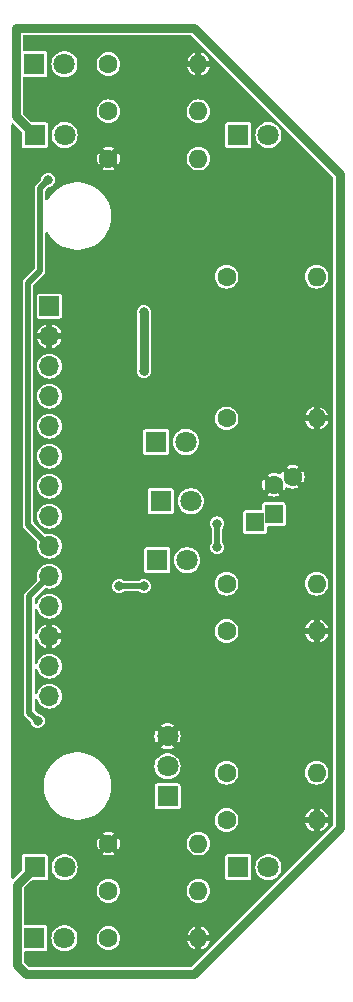
<source format=gbl>
G04 #@! TF.GenerationSoftware,KiCad,Pcbnew,8.0.6*
G04 #@! TF.CreationDate,2024-10-20T17:09:58+01:00*
G04 #@! TF.ProjectId,line-sensor-mini-kes,6c696e65-2d73-4656-9e73-6f722d6d696e,rev?*
G04 #@! TF.SameCoordinates,Original*
G04 #@! TF.FileFunction,Copper,L2,Bot*
G04 #@! TF.FilePolarity,Positive*
%FSLAX46Y46*%
G04 Gerber Fmt 4.6, Leading zero omitted, Abs format (unit mm)*
G04 Created by KiCad (PCBNEW 8.0.6) date 2024-10-20 17:09:58*
%MOMM*%
%LPD*%
G01*
G04 APERTURE LIST*
G04 #@! TA.AperFunction,ComponentPad*
%ADD10R,1.800000X1.800000*%
G04 #@! TD*
G04 #@! TA.AperFunction,ComponentPad*
%ADD11C,1.800000*%
G04 #@! TD*
G04 #@! TA.AperFunction,ComponentPad*
%ADD12C,1.600000*%
G04 #@! TD*
G04 #@! TA.AperFunction,ComponentPad*
%ADD13O,1.600000X1.600000*%
G04 #@! TD*
G04 #@! TA.AperFunction,ComponentPad*
%ADD14R,1.600000X1.600000*%
G04 #@! TD*
G04 #@! TA.AperFunction,ComponentPad*
%ADD15R,1.700000X1.700000*%
G04 #@! TD*
G04 #@! TA.AperFunction,ComponentPad*
%ADD16O,1.700000X1.700000*%
G04 #@! TD*
G04 #@! TA.AperFunction,ViaPad*
%ADD17C,0.800000*%
G04 #@! TD*
G04 #@! TA.AperFunction,Conductor*
%ADD18C,0.500000*%
G04 #@! TD*
G04 #@! TA.AperFunction,Conductor*
%ADD19C,0.750000*%
G04 #@! TD*
G04 APERTURE END LIST*
D10*
X152000000Y-130000000D03*
D11*
X152000000Y-127460000D03*
X152000000Y-124920000D03*
D12*
X157000000Y-112000000D03*
D13*
X164620000Y-112000000D03*
D12*
X157000000Y-116000000D03*
D13*
X164620000Y-116000000D03*
D12*
X157000000Y-98000000D03*
D13*
X164620000Y-98000000D03*
D12*
X147000000Y-142000000D03*
D13*
X154620000Y-142000000D03*
D10*
X158000000Y-136000000D03*
D11*
X160540000Y-136000000D03*
D12*
X147000000Y-72000000D03*
D13*
X154620000Y-72000000D03*
D12*
X157000000Y-128000000D03*
D13*
X164620000Y-128000000D03*
D12*
X147000000Y-134000000D03*
D13*
X154620000Y-134000000D03*
D10*
X158000000Y-74000000D03*
D11*
X160540000Y-74000000D03*
D12*
X147000000Y-68000000D03*
D13*
X154620000Y-68000000D03*
D12*
X147000000Y-138000000D03*
D13*
X154620000Y-138000000D03*
D14*
X159400000Y-106788614D03*
X161000000Y-106117677D03*
D12*
X161000000Y-103617677D03*
X162600000Y-102946740D03*
X157000000Y-132000000D03*
D13*
X164620000Y-132000000D03*
D12*
X147000000Y-76000000D03*
D13*
X154620000Y-76000000D03*
D12*
X157000000Y-86000000D03*
D13*
X164620000Y-86000000D03*
D10*
X140750000Y-74000000D03*
D11*
X143290000Y-74000000D03*
D10*
X151030000Y-100000000D03*
D11*
X153570000Y-100000000D03*
D10*
X151425000Y-105000000D03*
D11*
X153965000Y-105000000D03*
D10*
X140730000Y-142000000D03*
D11*
X143270000Y-142000000D03*
D10*
X140750000Y-136000000D03*
D11*
X143290000Y-136000000D03*
D15*
X142000000Y-88490000D03*
D16*
X142000000Y-91030000D03*
X142000000Y-93570000D03*
X142000000Y-96110000D03*
X142000000Y-98650000D03*
X142000000Y-101190000D03*
X142000000Y-103730000D03*
X142000000Y-106270000D03*
X142000000Y-108810000D03*
X142000000Y-111350000D03*
X142000000Y-113890000D03*
X142000000Y-116430000D03*
X142000000Y-118970000D03*
X142000000Y-121510000D03*
D10*
X140730000Y-68000000D03*
D11*
X143270000Y-68000000D03*
D10*
X151130000Y-110000000D03*
D11*
X153670000Y-110000000D03*
D17*
X141000000Y-123600000D03*
X141900000Y-77800000D03*
X150000000Y-94000000D03*
X150000000Y-89000000D03*
X147900000Y-112200000D03*
X150000000Y-112200000D03*
X156200000Y-108900000D03*
X156200000Y-106900000D03*
D18*
X140300000Y-122900000D02*
X141000000Y-123600000D01*
X140300000Y-113050000D02*
X140300000Y-122900000D01*
X142000000Y-111350000D02*
X140300000Y-113050000D01*
X140200000Y-107010000D02*
X140200000Y-86500000D01*
X140200000Y-86500000D02*
X141200000Y-85500000D01*
X141200000Y-85500000D02*
X141200000Y-78500000D01*
X142000000Y-108810000D02*
X140200000Y-107010000D01*
X141200000Y-78500000D02*
X141900000Y-77800000D01*
D19*
X166605000Y-77318884D02*
X166605000Y-132681116D01*
X150000000Y-89000000D02*
X150000000Y-94000000D01*
X166605000Y-132681116D02*
X154271116Y-145015000D01*
X139255000Y-137495000D02*
X140750000Y-136000000D01*
X139153000Y-64985000D02*
X154271116Y-64985000D01*
X139153000Y-72403000D02*
X139153000Y-64985000D01*
X140750000Y-74000000D02*
X139153000Y-72403000D01*
X140015000Y-145015000D02*
X139255000Y-144255000D01*
X139255000Y-144255000D02*
X139255000Y-137495000D01*
X154271116Y-64985000D02*
X166605000Y-77318884D01*
X154271116Y-145015000D02*
X140015000Y-145015000D01*
D18*
X147900000Y-112200000D02*
X150000000Y-112200000D01*
X156200000Y-106900000D02*
X156200000Y-108900000D01*
G04 #@! TA.AperFunction,Conductor*
G36*
X154048413Y-65580185D02*
G01*
X154069055Y-65596819D01*
X165993181Y-77520945D01*
X166026666Y-77582268D01*
X166029500Y-77608626D01*
X166029500Y-132391374D01*
X166009815Y-132458413D01*
X165993181Y-132479055D01*
X154069055Y-144403181D01*
X154007732Y-144436666D01*
X153981374Y-144439500D01*
X140304742Y-144439500D01*
X140237703Y-144419815D01*
X140217061Y-144403181D01*
X139866819Y-144052939D01*
X139833334Y-143991616D01*
X139830500Y-143965258D01*
X139830500Y-143224500D01*
X139850185Y-143157461D01*
X139902989Y-143111706D01*
X139954500Y-143100500D01*
X141649750Y-143100500D01*
X141649751Y-143100499D01*
X141664568Y-143097552D01*
X141708229Y-143088868D01*
X141708229Y-143088867D01*
X141708231Y-143088867D01*
X141774552Y-143044552D01*
X141818867Y-142978231D01*
X141818867Y-142978229D01*
X141818868Y-142978229D01*
X141828697Y-142928811D01*
X141830500Y-142919748D01*
X141830500Y-141999999D01*
X142164785Y-141999999D01*
X142164785Y-142000000D01*
X142183602Y-142203082D01*
X142239417Y-142399247D01*
X142239422Y-142399260D01*
X142330327Y-142581821D01*
X142453237Y-142744581D01*
X142603958Y-142881980D01*
X142603960Y-142881982D01*
X142664955Y-142919748D01*
X142777363Y-142989348D01*
X142967544Y-143063024D01*
X143168024Y-143100500D01*
X143168026Y-143100500D01*
X143371974Y-143100500D01*
X143371976Y-143100500D01*
X143572456Y-143063024D01*
X143762637Y-142989348D01*
X143936041Y-142881981D01*
X144086764Y-142744579D01*
X144209673Y-142581821D01*
X144300582Y-142399250D01*
X144356397Y-142203083D01*
X144375215Y-142000000D01*
X145994659Y-142000000D01*
X146013975Y-142196129D01*
X146028984Y-142245606D01*
X146051575Y-142320080D01*
X146071188Y-142384733D01*
X146164086Y-142558532D01*
X146164090Y-142558539D01*
X146289116Y-142710883D01*
X146441460Y-142835909D01*
X146441467Y-142835913D01*
X146615266Y-142928811D01*
X146615269Y-142928811D01*
X146615273Y-142928814D01*
X146803868Y-142986024D01*
X147000000Y-143005341D01*
X147196132Y-142986024D01*
X147384727Y-142928814D01*
X147401689Y-142919748D01*
X147558532Y-142835913D01*
X147558538Y-142835910D01*
X147710883Y-142710883D01*
X147835910Y-142558538D01*
X147882362Y-142471632D01*
X147928811Y-142384733D01*
X147928811Y-142384732D01*
X147928814Y-142384727D01*
X147986024Y-142196132D01*
X148005341Y-142000000D01*
X147986024Y-141803868D01*
X147968470Y-141746000D01*
X153652054Y-141746000D01*
X154308314Y-141746000D01*
X154299920Y-141754394D01*
X154247259Y-141845606D01*
X154220000Y-141947339D01*
X154220000Y-142052661D01*
X154247259Y-142154394D01*
X154299920Y-142245606D01*
X154308314Y-142254000D01*
X153652054Y-142254000D01*
X153691652Y-142384539D01*
X153691653Y-142384542D01*
X153784503Y-142558253D01*
X153784507Y-142558260D01*
X153909471Y-142710528D01*
X154061739Y-142835492D01*
X154061746Y-142835496D01*
X154235457Y-142928346D01*
X154235460Y-142928347D01*
X154366000Y-142967946D01*
X154366000Y-142311686D01*
X154374394Y-142320080D01*
X154465606Y-142372741D01*
X154567339Y-142400000D01*
X154672661Y-142400000D01*
X154774394Y-142372741D01*
X154865606Y-142320080D01*
X154874000Y-142311686D01*
X154874000Y-142967946D01*
X155004539Y-142928347D01*
X155004542Y-142928346D01*
X155178253Y-142835496D01*
X155178260Y-142835492D01*
X155330528Y-142710528D01*
X155455492Y-142558260D01*
X155455496Y-142558253D01*
X155548346Y-142384542D01*
X155548347Y-142384539D01*
X155587946Y-142254000D01*
X154931686Y-142254000D01*
X154940080Y-142245606D01*
X154992741Y-142154394D01*
X155020000Y-142052661D01*
X155020000Y-141947339D01*
X154992741Y-141845606D01*
X154940080Y-141754394D01*
X154931686Y-141746000D01*
X155587946Y-141746000D01*
X155548347Y-141615460D01*
X155548346Y-141615457D01*
X155455496Y-141441746D01*
X155455492Y-141441739D01*
X155330528Y-141289471D01*
X155178260Y-141164507D01*
X155178253Y-141164503D01*
X155004536Y-141071650D01*
X154874000Y-141032051D01*
X154874000Y-141688314D01*
X154865606Y-141679920D01*
X154774394Y-141627259D01*
X154672661Y-141600000D01*
X154567339Y-141600000D01*
X154465606Y-141627259D01*
X154374394Y-141679920D01*
X154366000Y-141688314D01*
X154366000Y-141032051D01*
X154235463Y-141071650D01*
X154061746Y-141164503D01*
X154061739Y-141164507D01*
X153909471Y-141289471D01*
X153784507Y-141441739D01*
X153784503Y-141441746D01*
X153691653Y-141615457D01*
X153691652Y-141615460D01*
X153652054Y-141746000D01*
X147968470Y-141746000D01*
X147928814Y-141615273D01*
X147928811Y-141615269D01*
X147928811Y-141615266D01*
X147835913Y-141441467D01*
X147835909Y-141441460D01*
X147710883Y-141289116D01*
X147558539Y-141164090D01*
X147558532Y-141164086D01*
X147384733Y-141071188D01*
X147384727Y-141071186D01*
X147196132Y-141013976D01*
X147196129Y-141013975D01*
X147000000Y-140994659D01*
X146803870Y-141013975D01*
X146615266Y-141071188D01*
X146441467Y-141164086D01*
X146441460Y-141164090D01*
X146289116Y-141289116D01*
X146164090Y-141441460D01*
X146164086Y-141441467D01*
X146071188Y-141615266D01*
X146013975Y-141803870D01*
X145994659Y-142000000D01*
X144375215Y-142000000D01*
X144356397Y-141796917D01*
X144300582Y-141600750D01*
X144209673Y-141418179D01*
X144086764Y-141255421D01*
X144086762Y-141255418D01*
X143936041Y-141118019D01*
X143936039Y-141118017D01*
X143762642Y-141010655D01*
X143762635Y-141010651D01*
X143620135Y-140955447D01*
X143572456Y-140936976D01*
X143371976Y-140899500D01*
X143168024Y-140899500D01*
X142967544Y-140936976D01*
X142967541Y-140936976D01*
X142967541Y-140936977D01*
X142777364Y-141010651D01*
X142777357Y-141010655D01*
X142603960Y-141118017D01*
X142603958Y-141118019D01*
X142453237Y-141255418D01*
X142330327Y-141418178D01*
X142239422Y-141600739D01*
X142239417Y-141600752D01*
X142183602Y-141796917D01*
X142164785Y-141999999D01*
X141830500Y-141999999D01*
X141830500Y-141080252D01*
X141830500Y-141080249D01*
X141830499Y-141080247D01*
X141818868Y-141021770D01*
X141818867Y-141021769D01*
X141774552Y-140955447D01*
X141708230Y-140911132D01*
X141708229Y-140911131D01*
X141649752Y-140899500D01*
X141649748Y-140899500D01*
X139954500Y-140899500D01*
X139887461Y-140879815D01*
X139841706Y-140827011D01*
X139830500Y-140775500D01*
X139830500Y-138000000D01*
X145994659Y-138000000D01*
X146013975Y-138196129D01*
X146071188Y-138384733D01*
X146164086Y-138558532D01*
X146164090Y-138558539D01*
X146289116Y-138710883D01*
X146441460Y-138835909D01*
X146441467Y-138835913D01*
X146615266Y-138928811D01*
X146615269Y-138928811D01*
X146615273Y-138928814D01*
X146803868Y-138986024D01*
X147000000Y-139005341D01*
X147196132Y-138986024D01*
X147384727Y-138928814D01*
X147558538Y-138835910D01*
X147710883Y-138710883D01*
X147835910Y-138558538D01*
X147928814Y-138384727D01*
X147986024Y-138196132D01*
X148005341Y-138000000D01*
X153614659Y-138000000D01*
X153633975Y-138196129D01*
X153691188Y-138384733D01*
X153784086Y-138558532D01*
X153784090Y-138558539D01*
X153909116Y-138710883D01*
X154061460Y-138835909D01*
X154061467Y-138835913D01*
X154235266Y-138928811D01*
X154235269Y-138928811D01*
X154235273Y-138928814D01*
X154423868Y-138986024D01*
X154620000Y-139005341D01*
X154816132Y-138986024D01*
X155004727Y-138928814D01*
X155178538Y-138835910D01*
X155330883Y-138710883D01*
X155455910Y-138558538D01*
X155548814Y-138384727D01*
X155606024Y-138196132D01*
X155625341Y-138000000D01*
X155606024Y-137803868D01*
X155548814Y-137615273D01*
X155548811Y-137615269D01*
X155548811Y-137615266D01*
X155455913Y-137441467D01*
X155455909Y-137441460D01*
X155330883Y-137289116D01*
X155178539Y-137164090D01*
X155178532Y-137164086D01*
X155004733Y-137071188D01*
X155004727Y-137071186D01*
X154816132Y-137013976D01*
X154816129Y-137013975D01*
X154620000Y-136994659D01*
X154423870Y-137013975D01*
X154235266Y-137071188D01*
X154061467Y-137164086D01*
X154061460Y-137164090D01*
X153909116Y-137289116D01*
X153784090Y-137441460D01*
X153784086Y-137441467D01*
X153691188Y-137615266D01*
X153633975Y-137803870D01*
X153614659Y-138000000D01*
X148005341Y-138000000D01*
X147986024Y-137803868D01*
X147928814Y-137615273D01*
X147928811Y-137615269D01*
X147928811Y-137615266D01*
X147835913Y-137441467D01*
X147835909Y-137441460D01*
X147710883Y-137289116D01*
X147558539Y-137164090D01*
X147558532Y-137164086D01*
X147384733Y-137071188D01*
X147384727Y-137071186D01*
X147196132Y-137013976D01*
X147196129Y-137013975D01*
X147000000Y-136994659D01*
X146803870Y-137013975D01*
X146615266Y-137071188D01*
X146441467Y-137164086D01*
X146441460Y-137164090D01*
X146289116Y-137289116D01*
X146164090Y-137441460D01*
X146164086Y-137441467D01*
X146071188Y-137615266D01*
X146013975Y-137803870D01*
X145994659Y-138000000D01*
X139830500Y-138000000D01*
X139830500Y-137784741D01*
X139850185Y-137717702D01*
X139866819Y-137697060D01*
X140427060Y-137136819D01*
X140488383Y-137103334D01*
X140514741Y-137100500D01*
X141669750Y-137100500D01*
X141669751Y-137100499D01*
X141684568Y-137097552D01*
X141728229Y-137088868D01*
X141728229Y-137088867D01*
X141728231Y-137088867D01*
X141794552Y-137044552D01*
X141838867Y-136978231D01*
X141838867Y-136978229D01*
X141838868Y-136978229D01*
X141850499Y-136919752D01*
X141850500Y-136919750D01*
X141850500Y-135999999D01*
X142184785Y-135999999D01*
X142184785Y-136000000D01*
X142203602Y-136203082D01*
X142259417Y-136399247D01*
X142259422Y-136399260D01*
X142350327Y-136581821D01*
X142473237Y-136744581D01*
X142623958Y-136881980D01*
X142623960Y-136881982D01*
X142684955Y-136919748D01*
X142797363Y-136989348D01*
X142987544Y-137063024D01*
X143188024Y-137100500D01*
X143188026Y-137100500D01*
X143391974Y-137100500D01*
X143391976Y-137100500D01*
X143592456Y-137063024D01*
X143782637Y-136989348D01*
X143956041Y-136881981D01*
X144106764Y-136744579D01*
X144229673Y-136581821D01*
X144320582Y-136399250D01*
X144376397Y-136203083D01*
X144395215Y-136000000D01*
X144376397Y-135796917D01*
X144320582Y-135600750D01*
X144229673Y-135418179D01*
X144106764Y-135255421D01*
X144106762Y-135255418D01*
X143956041Y-135118019D01*
X143956039Y-135118017D01*
X143895038Y-135080247D01*
X156899500Y-135080247D01*
X156899500Y-136919752D01*
X156911131Y-136978229D01*
X156911132Y-136978230D01*
X156955447Y-137044552D01*
X157021769Y-137088867D01*
X157021770Y-137088868D01*
X157080247Y-137100499D01*
X157080250Y-137100500D01*
X157080252Y-137100500D01*
X158919750Y-137100500D01*
X158919751Y-137100499D01*
X158934568Y-137097552D01*
X158978229Y-137088868D01*
X158978229Y-137088867D01*
X158978231Y-137088867D01*
X159044552Y-137044552D01*
X159088867Y-136978231D01*
X159088867Y-136978229D01*
X159088868Y-136978229D01*
X159100499Y-136919752D01*
X159100500Y-136919750D01*
X159100500Y-135999999D01*
X159434785Y-135999999D01*
X159434785Y-136000000D01*
X159453602Y-136203082D01*
X159509417Y-136399247D01*
X159509422Y-136399260D01*
X159600327Y-136581821D01*
X159723237Y-136744581D01*
X159873958Y-136881980D01*
X159873960Y-136881982D01*
X159934955Y-136919748D01*
X160047363Y-136989348D01*
X160237544Y-137063024D01*
X160438024Y-137100500D01*
X160438026Y-137100500D01*
X160641974Y-137100500D01*
X160641976Y-137100500D01*
X160842456Y-137063024D01*
X161032637Y-136989348D01*
X161206041Y-136881981D01*
X161356764Y-136744579D01*
X161479673Y-136581821D01*
X161570582Y-136399250D01*
X161626397Y-136203083D01*
X161645215Y-136000000D01*
X161626397Y-135796917D01*
X161570582Y-135600750D01*
X161479673Y-135418179D01*
X161356764Y-135255421D01*
X161356762Y-135255418D01*
X161206041Y-135118019D01*
X161206039Y-135118017D01*
X161032642Y-135010655D01*
X161032635Y-135010651D01*
X160890135Y-134955447D01*
X160842456Y-134936976D01*
X160641976Y-134899500D01*
X160438024Y-134899500D01*
X160237544Y-134936976D01*
X160237541Y-134936976D01*
X160237541Y-134936977D01*
X160047364Y-135010651D01*
X160047357Y-135010655D01*
X159873960Y-135118017D01*
X159873958Y-135118019D01*
X159723237Y-135255418D01*
X159600327Y-135418178D01*
X159509422Y-135600739D01*
X159509417Y-135600752D01*
X159453602Y-135796917D01*
X159434785Y-135999999D01*
X159100500Y-135999999D01*
X159100500Y-135080249D01*
X159100499Y-135080247D01*
X159088868Y-135021770D01*
X159088867Y-135021769D01*
X159044552Y-134955447D01*
X158978230Y-134911132D01*
X158978229Y-134911131D01*
X158919752Y-134899500D01*
X158919748Y-134899500D01*
X157080252Y-134899500D01*
X157080247Y-134899500D01*
X157021770Y-134911131D01*
X157021769Y-134911132D01*
X156955447Y-134955447D01*
X156911132Y-135021769D01*
X156911131Y-135021770D01*
X156899500Y-135080247D01*
X143895038Y-135080247D01*
X143782642Y-135010655D01*
X143782635Y-135010651D01*
X143640135Y-134955447D01*
X143592456Y-134936976D01*
X143391976Y-134899500D01*
X143188024Y-134899500D01*
X142987544Y-134936976D01*
X142987541Y-134936976D01*
X142987541Y-134936977D01*
X142797364Y-135010651D01*
X142797357Y-135010655D01*
X142623960Y-135118017D01*
X142623958Y-135118019D01*
X142473237Y-135255418D01*
X142350327Y-135418178D01*
X142259422Y-135600739D01*
X142259417Y-135600752D01*
X142203602Y-135796917D01*
X142184785Y-135999999D01*
X141850500Y-135999999D01*
X141850500Y-135080249D01*
X141850499Y-135080247D01*
X141838868Y-135021770D01*
X141838867Y-135021769D01*
X141794552Y-134955447D01*
X141728230Y-134911132D01*
X141728229Y-134911131D01*
X141669752Y-134899500D01*
X141669748Y-134899500D01*
X139830252Y-134899500D01*
X139830247Y-134899500D01*
X139771770Y-134911131D01*
X139771769Y-134911132D01*
X139705447Y-134955447D01*
X139661132Y-135021769D01*
X139661131Y-135021770D01*
X139649500Y-135080247D01*
X139649500Y-136235257D01*
X139629815Y-136302296D01*
X139613181Y-136322938D01*
X138990181Y-136945938D01*
X138928858Y-136979423D01*
X138859166Y-136974439D01*
X138803233Y-136932567D01*
X138778816Y-136867103D01*
X138778500Y-136858257D01*
X138778500Y-134000000D01*
X145995161Y-134000000D01*
X146014468Y-134196032D01*
X146071649Y-134384533D01*
X146135952Y-134504836D01*
X146600000Y-134040789D01*
X146600000Y-134052661D01*
X146627259Y-134154394D01*
X146679920Y-134245606D01*
X146754394Y-134320080D01*
X146845606Y-134372741D01*
X146947339Y-134400000D01*
X146959210Y-134400000D01*
X146495162Y-134864046D01*
X146495162Y-134864047D01*
X146615460Y-134928348D01*
X146803969Y-134985531D01*
X146803965Y-134985531D01*
X147000000Y-135004838D01*
X147196032Y-134985531D01*
X147384539Y-134928348D01*
X147504837Y-134864047D01*
X147504837Y-134864046D01*
X147040791Y-134400000D01*
X147052661Y-134400000D01*
X147154394Y-134372741D01*
X147245606Y-134320080D01*
X147320080Y-134245606D01*
X147372741Y-134154394D01*
X147400000Y-134052661D01*
X147400000Y-134040790D01*
X147864047Y-134504837D01*
X147928348Y-134384539D01*
X147985531Y-134196032D01*
X148004838Y-134000000D01*
X153614659Y-134000000D01*
X153633975Y-134196129D01*
X153633976Y-134196132D01*
X153683445Y-134359210D01*
X153691188Y-134384733D01*
X153784086Y-134558532D01*
X153784090Y-134558539D01*
X153909116Y-134710883D01*
X154061460Y-134835909D01*
X154061467Y-134835913D01*
X154235266Y-134928811D01*
X154235269Y-134928811D01*
X154235273Y-134928814D01*
X154423868Y-134986024D01*
X154620000Y-135005341D01*
X154816132Y-134986024D01*
X155004727Y-134928814D01*
X155178538Y-134835910D01*
X155330883Y-134710883D01*
X155455910Y-134558538D01*
X155502362Y-134471632D01*
X155548811Y-134384733D01*
X155548811Y-134384732D01*
X155548814Y-134384727D01*
X155606024Y-134196132D01*
X155625341Y-134000000D01*
X155606024Y-133803868D01*
X155548814Y-133615273D01*
X155548811Y-133615269D01*
X155548811Y-133615266D01*
X155455913Y-133441467D01*
X155455909Y-133441460D01*
X155330883Y-133289116D01*
X155178539Y-133164090D01*
X155178532Y-133164086D01*
X155004733Y-133071188D01*
X155004727Y-133071186D01*
X154816132Y-133013976D01*
X154816129Y-133013975D01*
X154620000Y-132994659D01*
X154423870Y-133013975D01*
X154235266Y-133071188D01*
X154061467Y-133164086D01*
X154061460Y-133164090D01*
X153909116Y-133289116D01*
X153784090Y-133441460D01*
X153784086Y-133441467D01*
X153691188Y-133615266D01*
X153633975Y-133803870D01*
X153614659Y-134000000D01*
X148004838Y-134000000D01*
X147985531Y-133803967D01*
X147928348Y-133615460D01*
X147864047Y-133495162D01*
X147864046Y-133495162D01*
X147400000Y-133959208D01*
X147400000Y-133947339D01*
X147372741Y-133845606D01*
X147320080Y-133754394D01*
X147245606Y-133679920D01*
X147154394Y-133627259D01*
X147052661Y-133600000D01*
X147040791Y-133600000D01*
X147504836Y-133135952D01*
X147384533Y-133071649D01*
X147196030Y-133014468D01*
X147196034Y-133014468D01*
X147000000Y-132995161D01*
X146803969Y-133014468D01*
X146615461Y-133071652D01*
X146495162Y-133135952D01*
X146959210Y-133600000D01*
X146947339Y-133600000D01*
X146845606Y-133627259D01*
X146754394Y-133679920D01*
X146679920Y-133754394D01*
X146627259Y-133845606D01*
X146600000Y-133947339D01*
X146600000Y-133959210D01*
X146135952Y-133495162D01*
X146071652Y-133615461D01*
X146014468Y-133803969D01*
X145995161Y-134000000D01*
X138778500Y-134000000D01*
X138778500Y-132000000D01*
X155994659Y-132000000D01*
X156013975Y-132196129D01*
X156013976Y-132196132D01*
X156051575Y-132320080D01*
X156071188Y-132384733D01*
X156164086Y-132558532D01*
X156164090Y-132558539D01*
X156289116Y-132710883D01*
X156441460Y-132835909D01*
X156441467Y-132835913D01*
X156615266Y-132928811D01*
X156615269Y-132928811D01*
X156615273Y-132928814D01*
X156803868Y-132986024D01*
X157000000Y-133005341D01*
X157196132Y-132986024D01*
X157384727Y-132928814D01*
X157558538Y-132835910D01*
X157710883Y-132710883D01*
X157835910Y-132558538D01*
X157897808Y-132442736D01*
X157928811Y-132384733D01*
X157928811Y-132384732D01*
X157928814Y-132384727D01*
X157986024Y-132196132D01*
X158005341Y-132000000D01*
X157986024Y-131803868D01*
X157968470Y-131746000D01*
X163652054Y-131746000D01*
X164308314Y-131746000D01*
X164299920Y-131754394D01*
X164247259Y-131845606D01*
X164220000Y-131947339D01*
X164220000Y-132052661D01*
X164247259Y-132154394D01*
X164299920Y-132245606D01*
X164308314Y-132254000D01*
X163652054Y-132254000D01*
X163691652Y-132384539D01*
X163691653Y-132384542D01*
X163784503Y-132558253D01*
X163784507Y-132558260D01*
X163909471Y-132710528D01*
X164061739Y-132835492D01*
X164061746Y-132835496D01*
X164235457Y-132928346D01*
X164235460Y-132928347D01*
X164366000Y-132967946D01*
X164366000Y-132311686D01*
X164374394Y-132320080D01*
X164465606Y-132372741D01*
X164567339Y-132400000D01*
X164672661Y-132400000D01*
X164774394Y-132372741D01*
X164865606Y-132320080D01*
X164874000Y-132311686D01*
X164874000Y-132967946D01*
X165004539Y-132928347D01*
X165004542Y-132928346D01*
X165178253Y-132835496D01*
X165178260Y-132835492D01*
X165330528Y-132710528D01*
X165455492Y-132558260D01*
X165455496Y-132558253D01*
X165548346Y-132384542D01*
X165548347Y-132384539D01*
X165587946Y-132254000D01*
X164931686Y-132254000D01*
X164940080Y-132245606D01*
X164992741Y-132154394D01*
X165020000Y-132052661D01*
X165020000Y-131947339D01*
X164992741Y-131845606D01*
X164940080Y-131754394D01*
X164931686Y-131746000D01*
X165587946Y-131746000D01*
X165548347Y-131615460D01*
X165548346Y-131615457D01*
X165455496Y-131441746D01*
X165455492Y-131441739D01*
X165330528Y-131289471D01*
X165178260Y-131164507D01*
X165178253Y-131164503D01*
X165004536Y-131071650D01*
X164874000Y-131032051D01*
X164874000Y-131688314D01*
X164865606Y-131679920D01*
X164774394Y-131627259D01*
X164672661Y-131600000D01*
X164567339Y-131600000D01*
X164465606Y-131627259D01*
X164374394Y-131679920D01*
X164366000Y-131688314D01*
X164366000Y-131032051D01*
X164235463Y-131071650D01*
X164061746Y-131164503D01*
X164061739Y-131164507D01*
X163909471Y-131289471D01*
X163784507Y-131441739D01*
X163784503Y-131441746D01*
X163691653Y-131615457D01*
X163691652Y-131615460D01*
X163652054Y-131746000D01*
X157968470Y-131746000D01*
X157928814Y-131615273D01*
X157928811Y-131615269D01*
X157928811Y-131615266D01*
X157835913Y-131441467D01*
X157835909Y-131441460D01*
X157710883Y-131289116D01*
X157558539Y-131164090D01*
X157558532Y-131164086D01*
X157384733Y-131071188D01*
X157384727Y-131071186D01*
X157196132Y-131013976D01*
X157196129Y-131013975D01*
X157000000Y-130994659D01*
X156803870Y-131013975D01*
X156615266Y-131071188D01*
X156441467Y-131164086D01*
X156441460Y-131164090D01*
X156289116Y-131289116D01*
X156164090Y-131441460D01*
X156164086Y-131441467D01*
X156071188Y-131615266D01*
X156013975Y-131803870D01*
X155994659Y-132000000D01*
X138778500Y-132000000D01*
X138778500Y-128969914D01*
X141519500Y-128969914D01*
X141519500Y-129290085D01*
X141555345Y-129608216D01*
X141555347Y-129608228D01*
X141626589Y-129920362D01*
X141626590Y-129920364D01*
X141732332Y-130222559D01*
X141871243Y-130511010D01*
X141871245Y-130511013D01*
X142041581Y-130782101D01*
X142241198Y-131032413D01*
X142467587Y-131258802D01*
X142717899Y-131458419D01*
X142988987Y-131628755D01*
X143277442Y-131767668D01*
X143579637Y-131873410D01*
X143891771Y-131944653D01*
X144209915Y-131980499D01*
X144209916Y-131980500D01*
X144209919Y-131980500D01*
X144530084Y-131980500D01*
X144530084Y-131980499D01*
X144848229Y-131944653D01*
X145160363Y-131873410D01*
X145462558Y-131767668D01*
X145751013Y-131628755D01*
X146022101Y-131458419D01*
X146272413Y-131258802D01*
X146498802Y-131032413D01*
X146698419Y-130782101D01*
X146868755Y-130511013D01*
X147007668Y-130222558D01*
X147113410Y-129920363D01*
X147184653Y-129608229D01*
X147220500Y-129290081D01*
X147220500Y-129080247D01*
X150899500Y-129080247D01*
X150899500Y-130919752D01*
X150911131Y-130978229D01*
X150911132Y-130978230D01*
X150955447Y-131044552D01*
X151021769Y-131088867D01*
X151021770Y-131088868D01*
X151080247Y-131100499D01*
X151080250Y-131100500D01*
X151080252Y-131100500D01*
X152919750Y-131100500D01*
X152919751Y-131100499D01*
X152934568Y-131097552D01*
X152978229Y-131088868D01*
X152978229Y-131088867D01*
X152978231Y-131088867D01*
X153044552Y-131044552D01*
X153088867Y-130978231D01*
X153088867Y-130978229D01*
X153088868Y-130978229D01*
X153100499Y-130919752D01*
X153100500Y-130919750D01*
X153100500Y-129080249D01*
X153100499Y-129080247D01*
X153088868Y-129021770D01*
X153088867Y-129021769D01*
X153044552Y-128955447D01*
X152978230Y-128911132D01*
X152978229Y-128911131D01*
X152919752Y-128899500D01*
X152919748Y-128899500D01*
X151080252Y-128899500D01*
X151080247Y-128899500D01*
X151021770Y-128911131D01*
X151021769Y-128911132D01*
X150955447Y-128955447D01*
X150911132Y-129021769D01*
X150911131Y-129021770D01*
X150899500Y-129080247D01*
X147220500Y-129080247D01*
X147220500Y-128969919D01*
X147184653Y-128651771D01*
X147113410Y-128339637D01*
X147007668Y-128037442D01*
X146868755Y-127748987D01*
X146698419Y-127477899D01*
X146684144Y-127459999D01*
X150894785Y-127459999D01*
X150894785Y-127460000D01*
X150913602Y-127663082D01*
X150969417Y-127859247D01*
X150969422Y-127859260D01*
X151060327Y-128041821D01*
X151183237Y-128204581D01*
X151333958Y-128341980D01*
X151333960Y-128341982D01*
X151402996Y-128384727D01*
X151507363Y-128449348D01*
X151697544Y-128523024D01*
X151898024Y-128560500D01*
X151898026Y-128560500D01*
X152101974Y-128560500D01*
X152101976Y-128560500D01*
X152302456Y-128523024D01*
X152492637Y-128449348D01*
X152666041Y-128341981D01*
X152816764Y-128204579D01*
X152939673Y-128041821D01*
X152960497Y-128000000D01*
X155994659Y-128000000D01*
X156013975Y-128196129D01*
X156013976Y-128196132D01*
X156057507Y-128339635D01*
X156071188Y-128384733D01*
X156164086Y-128558532D01*
X156164090Y-128558539D01*
X156289116Y-128710883D01*
X156441460Y-128835909D01*
X156441467Y-128835913D01*
X156615266Y-128928811D01*
X156615269Y-128928811D01*
X156615273Y-128928814D01*
X156803868Y-128986024D01*
X157000000Y-129005341D01*
X157196132Y-128986024D01*
X157384727Y-128928814D01*
X157558538Y-128835910D01*
X157710883Y-128710883D01*
X157835910Y-128558538D01*
X157894273Y-128449348D01*
X157928811Y-128384733D01*
X157928811Y-128384732D01*
X157928814Y-128384727D01*
X157986024Y-128196132D01*
X158005341Y-128000000D01*
X163614659Y-128000000D01*
X163633975Y-128196129D01*
X163633976Y-128196132D01*
X163677507Y-128339635D01*
X163691188Y-128384733D01*
X163784086Y-128558532D01*
X163784090Y-128558539D01*
X163909116Y-128710883D01*
X164061460Y-128835909D01*
X164061467Y-128835913D01*
X164235266Y-128928811D01*
X164235269Y-128928811D01*
X164235273Y-128928814D01*
X164423868Y-128986024D01*
X164620000Y-129005341D01*
X164816132Y-128986024D01*
X165004727Y-128928814D01*
X165178538Y-128835910D01*
X165330883Y-128710883D01*
X165455910Y-128558538D01*
X165514273Y-128449348D01*
X165548811Y-128384733D01*
X165548811Y-128384732D01*
X165548814Y-128384727D01*
X165606024Y-128196132D01*
X165625341Y-128000000D01*
X165606024Y-127803868D01*
X165548814Y-127615273D01*
X165548811Y-127615269D01*
X165548811Y-127615266D01*
X165455913Y-127441467D01*
X165455909Y-127441460D01*
X165330883Y-127289116D01*
X165178539Y-127164090D01*
X165178532Y-127164086D01*
X165004733Y-127071188D01*
X165004727Y-127071186D01*
X164816132Y-127013976D01*
X164816129Y-127013975D01*
X164620000Y-126994659D01*
X164423870Y-127013975D01*
X164235266Y-127071188D01*
X164061467Y-127164086D01*
X164061460Y-127164090D01*
X163909116Y-127289116D01*
X163784090Y-127441460D01*
X163784086Y-127441467D01*
X163691188Y-127615266D01*
X163633975Y-127803870D01*
X163614659Y-128000000D01*
X158005341Y-128000000D01*
X157986024Y-127803868D01*
X157928814Y-127615273D01*
X157928811Y-127615269D01*
X157928811Y-127615266D01*
X157835913Y-127441467D01*
X157835909Y-127441460D01*
X157710883Y-127289116D01*
X157558539Y-127164090D01*
X157558532Y-127164086D01*
X157384733Y-127071188D01*
X157384727Y-127071186D01*
X157196132Y-127013976D01*
X157196129Y-127013975D01*
X157000000Y-126994659D01*
X156803870Y-127013975D01*
X156615266Y-127071188D01*
X156441467Y-127164086D01*
X156441460Y-127164090D01*
X156289116Y-127289116D01*
X156164090Y-127441460D01*
X156164086Y-127441467D01*
X156071188Y-127615266D01*
X156013975Y-127803870D01*
X155994659Y-128000000D01*
X152960497Y-128000000D01*
X153030582Y-127859250D01*
X153086397Y-127663083D01*
X153105215Y-127460000D01*
X153086397Y-127256917D01*
X153030582Y-127060750D01*
X153007291Y-127013976D01*
X152986272Y-126971764D01*
X152939673Y-126878179D01*
X152816764Y-126715421D01*
X152816762Y-126715418D01*
X152666041Y-126578019D01*
X152666039Y-126578017D01*
X152492642Y-126470655D01*
X152492635Y-126470651D01*
X152397546Y-126433814D01*
X152302456Y-126396976D01*
X152101976Y-126359500D01*
X151898024Y-126359500D01*
X151697544Y-126396976D01*
X151697541Y-126396976D01*
X151697541Y-126396977D01*
X151507364Y-126470651D01*
X151507357Y-126470655D01*
X151333960Y-126578017D01*
X151333958Y-126578019D01*
X151183237Y-126715418D01*
X151060327Y-126878178D01*
X150969422Y-127060739D01*
X150969417Y-127060752D01*
X150913602Y-127256917D01*
X150894785Y-127459999D01*
X146684144Y-127459999D01*
X146498802Y-127227587D01*
X146272413Y-127001198D01*
X146264213Y-126994659D01*
X146118152Y-126878179D01*
X146022101Y-126801581D01*
X145751013Y-126631245D01*
X145751010Y-126631243D01*
X145462559Y-126492332D01*
X145160364Y-126386590D01*
X145160362Y-126386589D01*
X144919471Y-126331607D01*
X144848229Y-126315347D01*
X144848225Y-126315346D01*
X144848216Y-126315345D01*
X144530085Y-126279500D01*
X144530081Y-126279500D01*
X144209919Y-126279500D01*
X144209914Y-126279500D01*
X143891783Y-126315345D01*
X143891771Y-126315347D01*
X143579637Y-126386589D01*
X143579635Y-126386590D01*
X143277440Y-126492332D01*
X142988989Y-126631243D01*
X142717900Y-126801580D01*
X142467587Y-127001197D01*
X142241197Y-127227587D01*
X142041580Y-127477900D01*
X141871243Y-127748989D01*
X141732332Y-128037440D01*
X141626590Y-128339635D01*
X141626589Y-128339637D01*
X141555347Y-128651771D01*
X141555345Y-128651783D01*
X141519500Y-128969914D01*
X138778500Y-128969914D01*
X138778500Y-124919999D01*
X150895287Y-124919999D01*
X150895287Y-124920000D01*
X150914096Y-125122989D01*
X150914097Y-125122992D01*
X150969881Y-125319056D01*
X150969889Y-125319076D01*
X151060248Y-125500541D01*
X151600000Y-124960789D01*
X151600000Y-124972661D01*
X151627259Y-125074394D01*
X151679920Y-125165606D01*
X151754394Y-125240080D01*
X151845606Y-125292741D01*
X151947339Y-125320000D01*
X151959210Y-125320000D01*
X151422804Y-125856403D01*
X151507586Y-125908898D01*
X151507588Y-125908899D01*
X151697678Y-125982539D01*
X151898072Y-126020000D01*
X152101928Y-126020000D01*
X152302322Y-125982539D01*
X152492412Y-125908899D01*
X152492416Y-125908897D01*
X152577193Y-125856404D01*
X152577193Y-125856403D01*
X152040791Y-125320000D01*
X152052661Y-125320000D01*
X152154394Y-125292741D01*
X152245606Y-125240080D01*
X152320080Y-125165606D01*
X152372741Y-125074394D01*
X152400000Y-124972661D01*
X152400000Y-124960790D01*
X152939751Y-125500541D01*
X153030109Y-125319078D01*
X153030115Y-125319063D01*
X153085902Y-125122991D01*
X153085903Y-125122989D01*
X153104713Y-124920000D01*
X153104713Y-124919999D01*
X153085903Y-124717010D01*
X153085902Y-124717007D01*
X153030116Y-124520936D01*
X153030113Y-124520930D01*
X152939750Y-124339457D01*
X152400000Y-124879208D01*
X152400000Y-124867339D01*
X152372741Y-124765606D01*
X152320080Y-124674394D01*
X152245606Y-124599920D01*
X152154394Y-124547259D01*
X152052661Y-124520000D01*
X152040791Y-124520000D01*
X152577194Y-123983595D01*
X152577193Y-123983594D01*
X152492418Y-123931104D01*
X152492411Y-123931100D01*
X152302321Y-123857460D01*
X152101928Y-123820000D01*
X151898072Y-123820000D01*
X151697678Y-123857460D01*
X151507588Y-123931100D01*
X151422804Y-123983595D01*
X151959210Y-124520000D01*
X151947339Y-124520000D01*
X151845606Y-124547259D01*
X151754394Y-124599920D01*
X151679920Y-124674394D01*
X151627259Y-124765606D01*
X151600000Y-124867339D01*
X151600000Y-124879209D01*
X151060248Y-124339457D01*
X150969886Y-124520932D01*
X150969881Y-124520943D01*
X150914097Y-124717007D01*
X150914096Y-124717010D01*
X150895287Y-124919999D01*
X138778500Y-124919999D01*
X138778500Y-112990691D01*
X139849500Y-112990691D01*
X139849500Y-122959311D01*
X139858880Y-122994315D01*
X139858880Y-122994318D01*
X139858881Y-122994318D01*
X139880201Y-123073887D01*
X139939511Y-123176614D01*
X139939513Y-123176616D01*
X140369317Y-123606420D01*
X140402802Y-123667743D01*
X140404575Y-123677915D01*
X140414955Y-123756761D01*
X140475463Y-123902839D01*
X140475464Y-123902841D01*
X140571718Y-124028282D01*
X140697159Y-124124536D01*
X140843238Y-124185044D01*
X140921619Y-124195363D01*
X140999999Y-124205682D01*
X141000000Y-124205682D01*
X141000001Y-124205682D01*
X141052254Y-124198802D01*
X141156762Y-124185044D01*
X141302841Y-124124536D01*
X141428282Y-124028282D01*
X141524536Y-123902841D01*
X141585044Y-123756762D01*
X141605682Y-123600000D01*
X141585044Y-123443238D01*
X141524536Y-123297159D01*
X141428282Y-123171718D01*
X141302841Y-123075464D01*
X141299034Y-123073887D01*
X141156761Y-123014955D01*
X141077915Y-123004575D01*
X141014018Y-122976308D01*
X141006420Y-122969317D01*
X140786819Y-122749716D01*
X140753334Y-122688393D01*
X140750500Y-122662035D01*
X140750500Y-121845752D01*
X140770185Y-121778713D01*
X140822989Y-121732958D01*
X140892147Y-121723014D01*
X140955703Y-121752039D01*
X140993160Y-121809755D01*
X141024768Y-121913954D01*
X141122315Y-122096450D01*
X141122317Y-122096452D01*
X141253589Y-122256410D01*
X141350209Y-122335702D01*
X141413550Y-122387685D01*
X141596046Y-122485232D01*
X141794066Y-122545300D01*
X141794065Y-122545300D01*
X141812529Y-122547118D01*
X142000000Y-122565583D01*
X142205934Y-122545300D01*
X142403954Y-122485232D01*
X142586450Y-122387685D01*
X142746410Y-122256410D01*
X142877685Y-122096450D01*
X142975232Y-121913954D01*
X143035300Y-121715934D01*
X143055583Y-121510000D01*
X143035300Y-121304066D01*
X142975232Y-121106046D01*
X142877685Y-120923550D01*
X142825702Y-120860209D01*
X142746410Y-120763589D01*
X142586452Y-120632317D01*
X142586453Y-120632317D01*
X142586450Y-120632315D01*
X142403954Y-120534768D01*
X142205934Y-120474700D01*
X142205932Y-120474699D01*
X142205934Y-120474699D01*
X142000000Y-120454417D01*
X141794067Y-120474699D01*
X141596043Y-120534769D01*
X141485898Y-120593643D01*
X141413550Y-120632315D01*
X141413548Y-120632316D01*
X141413547Y-120632317D01*
X141253589Y-120763589D01*
X141122317Y-120923547D01*
X141024769Y-121106043D01*
X140993161Y-121210242D01*
X140954863Y-121268681D01*
X140891051Y-121297137D01*
X140821984Y-121286577D01*
X140769590Y-121240353D01*
X140750500Y-121174247D01*
X140750500Y-119305752D01*
X140770185Y-119238713D01*
X140822989Y-119192958D01*
X140892147Y-119183014D01*
X140955703Y-119212039D01*
X140993160Y-119269755D01*
X141024768Y-119373954D01*
X141122315Y-119556450D01*
X141122317Y-119556452D01*
X141253589Y-119716410D01*
X141350209Y-119795702D01*
X141413550Y-119847685D01*
X141596046Y-119945232D01*
X141794066Y-120005300D01*
X141794065Y-120005300D01*
X141812529Y-120007118D01*
X142000000Y-120025583D01*
X142205934Y-120005300D01*
X142403954Y-119945232D01*
X142586450Y-119847685D01*
X142746410Y-119716410D01*
X142877685Y-119556450D01*
X142975232Y-119373954D01*
X143035300Y-119175934D01*
X143055583Y-118970000D01*
X143035300Y-118764066D01*
X142975232Y-118566046D01*
X142877685Y-118383550D01*
X142825702Y-118320209D01*
X142746410Y-118223589D01*
X142586452Y-118092317D01*
X142586453Y-118092317D01*
X142586450Y-118092315D01*
X142403954Y-117994768D01*
X142205934Y-117934700D01*
X142205932Y-117934699D01*
X142205934Y-117934699D01*
X142000000Y-117914417D01*
X141794067Y-117934699D01*
X141596043Y-117994769D01*
X141485898Y-118053643D01*
X141413550Y-118092315D01*
X141413548Y-118092316D01*
X141413547Y-118092317D01*
X141253589Y-118223589D01*
X141122317Y-118383547D01*
X141024769Y-118566043D01*
X140993161Y-118670242D01*
X140954863Y-118728681D01*
X140891051Y-118757137D01*
X140821984Y-118746577D01*
X140769590Y-118700353D01*
X140750500Y-118634247D01*
X140750500Y-116764031D01*
X140770185Y-116696992D01*
X140822989Y-116651237D01*
X140892147Y-116641293D01*
X140955703Y-116670318D01*
X140993161Y-116728036D01*
X141025233Y-116833766D01*
X141122728Y-117016166D01*
X141122732Y-117016173D01*
X141253944Y-117176055D01*
X141413826Y-117307267D01*
X141413833Y-117307271D01*
X141596230Y-117404764D01*
X141596233Y-117404765D01*
X141746000Y-117450196D01*
X141746000Y-116860702D01*
X141807007Y-116895925D01*
X141934174Y-116930000D01*
X142065826Y-116930000D01*
X142192993Y-116895925D01*
X142254000Y-116860702D01*
X142254000Y-117450196D01*
X142403766Y-117404765D01*
X142403769Y-117404764D01*
X142586166Y-117307271D01*
X142586173Y-117307267D01*
X142746055Y-117176055D01*
X142877267Y-117016173D01*
X142877271Y-117016166D01*
X142974766Y-116833766D01*
X143020197Y-116684000D01*
X142430703Y-116684000D01*
X142465925Y-116622993D01*
X142500000Y-116495826D01*
X142500000Y-116364174D01*
X142465925Y-116237007D01*
X142430703Y-116176000D01*
X143020197Y-116176000D01*
X143020197Y-116175999D01*
X142974766Y-116026233D01*
X142960744Y-116000000D01*
X155994659Y-116000000D01*
X156013975Y-116196129D01*
X156020870Y-116218858D01*
X156051575Y-116320080D01*
X156071188Y-116384733D01*
X156164086Y-116558532D01*
X156164090Y-116558539D01*
X156289116Y-116710883D01*
X156441460Y-116835909D01*
X156441467Y-116835913D01*
X156615266Y-116928811D01*
X156615269Y-116928811D01*
X156615273Y-116928814D01*
X156803868Y-116986024D01*
X157000000Y-117005341D01*
X157196132Y-116986024D01*
X157384727Y-116928814D01*
X157558538Y-116835910D01*
X157710883Y-116710883D01*
X157835910Y-116558538D01*
X157882362Y-116471632D01*
X157928811Y-116384733D01*
X157928811Y-116384732D01*
X157928814Y-116384727D01*
X157986024Y-116196132D01*
X158005341Y-116000000D01*
X157986024Y-115803868D01*
X157968470Y-115746000D01*
X163652054Y-115746000D01*
X164308314Y-115746000D01*
X164299920Y-115754394D01*
X164247259Y-115845606D01*
X164220000Y-115947339D01*
X164220000Y-116052661D01*
X164247259Y-116154394D01*
X164299920Y-116245606D01*
X164308314Y-116254000D01*
X163652054Y-116254000D01*
X163691652Y-116384539D01*
X163691653Y-116384542D01*
X163784503Y-116558253D01*
X163784507Y-116558260D01*
X163909471Y-116710528D01*
X164061739Y-116835492D01*
X164061746Y-116835496D01*
X164235457Y-116928346D01*
X164235460Y-116928347D01*
X164366000Y-116967946D01*
X164366000Y-116311686D01*
X164374394Y-116320080D01*
X164465606Y-116372741D01*
X164567339Y-116400000D01*
X164672661Y-116400000D01*
X164774394Y-116372741D01*
X164865606Y-116320080D01*
X164874000Y-116311686D01*
X164874000Y-116967946D01*
X165004539Y-116928347D01*
X165004542Y-116928346D01*
X165178253Y-116835496D01*
X165178260Y-116835492D01*
X165330528Y-116710528D01*
X165455492Y-116558260D01*
X165455496Y-116558253D01*
X165548346Y-116384542D01*
X165548347Y-116384539D01*
X165587946Y-116254000D01*
X164931686Y-116254000D01*
X164940080Y-116245606D01*
X164992741Y-116154394D01*
X165020000Y-116052661D01*
X165020000Y-115947339D01*
X164992741Y-115845606D01*
X164940080Y-115754394D01*
X164931686Y-115746000D01*
X165587946Y-115746000D01*
X165548347Y-115615460D01*
X165548346Y-115615457D01*
X165455496Y-115441746D01*
X165455492Y-115441739D01*
X165330528Y-115289471D01*
X165178260Y-115164507D01*
X165178253Y-115164503D01*
X165004536Y-115071650D01*
X164874000Y-115032051D01*
X164874000Y-115688314D01*
X164865606Y-115679920D01*
X164774394Y-115627259D01*
X164672661Y-115600000D01*
X164567339Y-115600000D01*
X164465606Y-115627259D01*
X164374394Y-115679920D01*
X164366000Y-115688314D01*
X164366000Y-115032051D01*
X164235463Y-115071650D01*
X164061746Y-115164503D01*
X164061739Y-115164507D01*
X163909471Y-115289471D01*
X163784507Y-115441739D01*
X163784503Y-115441746D01*
X163691653Y-115615457D01*
X163691652Y-115615460D01*
X163652054Y-115746000D01*
X157968470Y-115746000D01*
X157928814Y-115615273D01*
X157928811Y-115615269D01*
X157928811Y-115615266D01*
X157835913Y-115441467D01*
X157835909Y-115441460D01*
X157710883Y-115289116D01*
X157558539Y-115164090D01*
X157558532Y-115164086D01*
X157384733Y-115071188D01*
X157384727Y-115071186D01*
X157196132Y-115013976D01*
X157196129Y-115013975D01*
X157000000Y-114994659D01*
X156803870Y-115013975D01*
X156615266Y-115071188D01*
X156441467Y-115164086D01*
X156441460Y-115164090D01*
X156289116Y-115289116D01*
X156164090Y-115441460D01*
X156164086Y-115441467D01*
X156071188Y-115615266D01*
X156013975Y-115803870D01*
X155994659Y-116000000D01*
X142960744Y-116000000D01*
X142877271Y-115843833D01*
X142877267Y-115843826D01*
X142746055Y-115683944D01*
X142586173Y-115552732D01*
X142586166Y-115552728D01*
X142403766Y-115455233D01*
X142254000Y-115409802D01*
X142254000Y-115999297D01*
X142192993Y-115964075D01*
X142065826Y-115930000D01*
X141934174Y-115930000D01*
X141807007Y-115964075D01*
X141746000Y-115999297D01*
X141746000Y-115409802D01*
X141745999Y-115409802D01*
X141596233Y-115455233D01*
X141413833Y-115552728D01*
X141413826Y-115552732D01*
X141253944Y-115683944D01*
X141122732Y-115843826D01*
X141122728Y-115843833D01*
X141025233Y-116026233D01*
X140993161Y-116131963D01*
X140954863Y-116190402D01*
X140891051Y-116218858D01*
X140821984Y-116208298D01*
X140769590Y-116162074D01*
X140750500Y-116095968D01*
X140750500Y-114225752D01*
X140770185Y-114158713D01*
X140822989Y-114112958D01*
X140892147Y-114103014D01*
X140955703Y-114132039D01*
X140993160Y-114189755D01*
X141024768Y-114293954D01*
X141122315Y-114476450D01*
X141122317Y-114476452D01*
X141253589Y-114636410D01*
X141350209Y-114715702D01*
X141413550Y-114767685D01*
X141596046Y-114865232D01*
X141794066Y-114925300D01*
X141794065Y-114925300D01*
X141812529Y-114927118D01*
X142000000Y-114945583D01*
X142205934Y-114925300D01*
X142403954Y-114865232D01*
X142586450Y-114767685D01*
X142746410Y-114636410D01*
X142877685Y-114476450D01*
X142975232Y-114293954D01*
X143035300Y-114095934D01*
X143055583Y-113890000D01*
X143035300Y-113684066D01*
X142975232Y-113486046D01*
X142877685Y-113303550D01*
X142809877Y-113220925D01*
X142746410Y-113143589D01*
X142586452Y-113012317D01*
X142586453Y-113012317D01*
X142586450Y-113012315D01*
X142403954Y-112914768D01*
X142205934Y-112854700D01*
X142205932Y-112854699D01*
X142205934Y-112854699D01*
X142000000Y-112834417D01*
X141794067Y-112854699D01*
X141596043Y-112914769D01*
X141485898Y-112973643D01*
X141413550Y-113012315D01*
X141413548Y-113012316D01*
X141413547Y-113012317D01*
X141253589Y-113143589D01*
X141122317Y-113303547D01*
X141024769Y-113486043D01*
X140993161Y-113590242D01*
X140954863Y-113648681D01*
X140891051Y-113677137D01*
X140821984Y-113666577D01*
X140769590Y-113620353D01*
X140750500Y-113554247D01*
X140750500Y-113287964D01*
X140770185Y-113220925D01*
X140786815Y-113200287D01*
X141593997Y-112393104D01*
X141655318Y-112359621D01*
X141717670Y-112362125D01*
X141794066Y-112385300D01*
X141794065Y-112385300D01*
X141812529Y-112387118D01*
X142000000Y-112405583D01*
X142205934Y-112385300D01*
X142403954Y-112325232D01*
X142586450Y-112227685D01*
X142620187Y-112199998D01*
X147294318Y-112199998D01*
X147294318Y-112200001D01*
X147314955Y-112356760D01*
X147314956Y-112356762D01*
X147326539Y-112384727D01*
X147375464Y-112502841D01*
X147471718Y-112628282D01*
X147597159Y-112724536D01*
X147743238Y-112785044D01*
X147821619Y-112795363D01*
X147899999Y-112805682D01*
X147900000Y-112805682D01*
X147900001Y-112805682D01*
X147952254Y-112798802D01*
X148056762Y-112785044D01*
X148202841Y-112724536D01*
X148265933Y-112676123D01*
X148331102Y-112650930D01*
X148341419Y-112650500D01*
X149558581Y-112650500D01*
X149625620Y-112670185D01*
X149634067Y-112676124D01*
X149697157Y-112724535D01*
X149697158Y-112724535D01*
X149697159Y-112724536D01*
X149843238Y-112785044D01*
X149921619Y-112795363D01*
X149999999Y-112805682D01*
X150000000Y-112805682D01*
X150000001Y-112805682D01*
X150052254Y-112798802D01*
X150156762Y-112785044D01*
X150302841Y-112724536D01*
X150428282Y-112628282D01*
X150524536Y-112502841D01*
X150585044Y-112356762D01*
X150605682Y-112200000D01*
X150605172Y-112196129D01*
X150585044Y-112043239D01*
X150585044Y-112043238D01*
X150567134Y-112000000D01*
X155994659Y-112000000D01*
X156013975Y-112196129D01*
X156071188Y-112384733D01*
X156164086Y-112558532D01*
X156164090Y-112558539D01*
X156289116Y-112710883D01*
X156441460Y-112835909D01*
X156441467Y-112835913D01*
X156615266Y-112928811D01*
X156615269Y-112928811D01*
X156615273Y-112928814D01*
X156803868Y-112986024D01*
X157000000Y-113005341D01*
X157196132Y-112986024D01*
X157384727Y-112928814D01*
X157411004Y-112914769D01*
X157483322Y-112876114D01*
X157558538Y-112835910D01*
X157710883Y-112710883D01*
X157835910Y-112558538D01*
X157917667Y-112405582D01*
X157928811Y-112384733D01*
X157928811Y-112384732D01*
X157928814Y-112384727D01*
X157986024Y-112196132D01*
X158005341Y-112000000D01*
X163614659Y-112000000D01*
X163633975Y-112196129D01*
X163691188Y-112384733D01*
X163784086Y-112558532D01*
X163784090Y-112558539D01*
X163909116Y-112710883D01*
X164061460Y-112835909D01*
X164061467Y-112835913D01*
X164235266Y-112928811D01*
X164235269Y-112928811D01*
X164235273Y-112928814D01*
X164423868Y-112986024D01*
X164620000Y-113005341D01*
X164816132Y-112986024D01*
X165004727Y-112928814D01*
X165031004Y-112914769D01*
X165103322Y-112876114D01*
X165178538Y-112835910D01*
X165330883Y-112710883D01*
X165455910Y-112558538D01*
X165537667Y-112405582D01*
X165548811Y-112384733D01*
X165548811Y-112384732D01*
X165548814Y-112384727D01*
X165606024Y-112196132D01*
X165625341Y-112000000D01*
X165606024Y-111803868D01*
X165548814Y-111615273D01*
X165548811Y-111615269D01*
X165548811Y-111615266D01*
X165455913Y-111441467D01*
X165455909Y-111441460D01*
X165330883Y-111289116D01*
X165178539Y-111164090D01*
X165178532Y-111164086D01*
X165004733Y-111071188D01*
X165004727Y-111071186D01*
X164816132Y-111013976D01*
X164816129Y-111013975D01*
X164620000Y-110994659D01*
X164423870Y-111013975D01*
X164235266Y-111071188D01*
X164061467Y-111164086D01*
X164061460Y-111164090D01*
X163909116Y-111289116D01*
X163784090Y-111441460D01*
X163784086Y-111441467D01*
X163691188Y-111615266D01*
X163633975Y-111803870D01*
X163614659Y-112000000D01*
X158005341Y-112000000D01*
X157986024Y-111803868D01*
X157928814Y-111615273D01*
X157928811Y-111615269D01*
X157928811Y-111615266D01*
X157835913Y-111441467D01*
X157835909Y-111441460D01*
X157710883Y-111289116D01*
X157558539Y-111164090D01*
X157558532Y-111164086D01*
X157384733Y-111071188D01*
X157384727Y-111071186D01*
X157196132Y-111013976D01*
X157196129Y-111013975D01*
X157000000Y-110994659D01*
X156803870Y-111013975D01*
X156615266Y-111071188D01*
X156441467Y-111164086D01*
X156441460Y-111164090D01*
X156289116Y-111289116D01*
X156164090Y-111441460D01*
X156164086Y-111441467D01*
X156071188Y-111615266D01*
X156013975Y-111803870D01*
X155994659Y-112000000D01*
X150567134Y-112000000D01*
X150524536Y-111897159D01*
X150428282Y-111771718D01*
X150302841Y-111675464D01*
X150156762Y-111614956D01*
X150156760Y-111614955D01*
X150000001Y-111594318D01*
X149999999Y-111594318D01*
X149843239Y-111614955D01*
X149843237Y-111614956D01*
X149697157Y-111675464D01*
X149634067Y-111723876D01*
X149568898Y-111749070D01*
X149558581Y-111749500D01*
X148341419Y-111749500D01*
X148274380Y-111729815D01*
X148265933Y-111723876D01*
X148202842Y-111675464D01*
X148056762Y-111614956D01*
X148056760Y-111614955D01*
X147900001Y-111594318D01*
X147899999Y-111594318D01*
X147743239Y-111614955D01*
X147743237Y-111614956D01*
X147597160Y-111675463D01*
X147471718Y-111771718D01*
X147375463Y-111897160D01*
X147314956Y-112043237D01*
X147314955Y-112043239D01*
X147294318Y-112199998D01*
X142620187Y-112199998D01*
X142746410Y-112096410D01*
X142877685Y-111936450D01*
X142975232Y-111753954D01*
X143035300Y-111555934D01*
X143055583Y-111350000D01*
X143035300Y-111144066D01*
X142975232Y-110946046D01*
X142877685Y-110763550D01*
X142825702Y-110700209D01*
X142746410Y-110603589D01*
X142586452Y-110472317D01*
X142586453Y-110472317D01*
X142586450Y-110472315D01*
X142403954Y-110374768D01*
X142205934Y-110314700D01*
X142205932Y-110314699D01*
X142205934Y-110314699D01*
X142000000Y-110294417D01*
X141794067Y-110314699D01*
X141596043Y-110374769D01*
X141485898Y-110433643D01*
X141413550Y-110472315D01*
X141413548Y-110472316D01*
X141413547Y-110472317D01*
X141253589Y-110603589D01*
X141122317Y-110763547D01*
X141024769Y-110946043D01*
X140964699Y-111144067D01*
X140944417Y-111349999D01*
X140964699Y-111555932D01*
X140987873Y-111632327D01*
X140988496Y-111702194D01*
X140956893Y-111756002D01*
X139939513Y-112773383D01*
X139939509Y-112773389D01*
X139880201Y-112876112D01*
X139880200Y-112876117D01*
X139849500Y-112990691D01*
X138778500Y-112990691D01*
X138778500Y-86440691D01*
X139749500Y-86440691D01*
X139749500Y-107069310D01*
X139770065Y-107146062D01*
X139780200Y-107183885D01*
X139780200Y-107183886D01*
X139780201Y-107183887D01*
X139839511Y-107286614D01*
X139839513Y-107286616D01*
X140956893Y-108403996D01*
X140990378Y-108465319D01*
X140987873Y-108527670D01*
X140964700Y-108604064D01*
X140964699Y-108604066D01*
X140944417Y-108810000D01*
X140964699Y-109015932D01*
X140984210Y-109080252D01*
X141024768Y-109213954D01*
X141122315Y-109396450D01*
X141156969Y-109438677D01*
X141253589Y-109556410D01*
X141307621Y-109600752D01*
X141413550Y-109687685D01*
X141596046Y-109785232D01*
X141794066Y-109845300D01*
X141794065Y-109845300D01*
X141812529Y-109847118D01*
X142000000Y-109865583D01*
X142205934Y-109845300D01*
X142403954Y-109785232D01*
X142586450Y-109687685D01*
X142746410Y-109556410D01*
X142877685Y-109396450D01*
X142975232Y-109213954D01*
X143015791Y-109080247D01*
X150029500Y-109080247D01*
X150029500Y-110919752D01*
X150041131Y-110978229D01*
X150041132Y-110978230D01*
X150085447Y-111044552D01*
X150151769Y-111088867D01*
X150151770Y-111088868D01*
X150210247Y-111100499D01*
X150210250Y-111100500D01*
X150210252Y-111100500D01*
X152049750Y-111100500D01*
X152049751Y-111100499D01*
X152064568Y-111097552D01*
X152108229Y-111088868D01*
X152108229Y-111088867D01*
X152108231Y-111088867D01*
X152174552Y-111044552D01*
X152218867Y-110978231D01*
X152218867Y-110978229D01*
X152218868Y-110978229D01*
X152230499Y-110919752D01*
X152230500Y-110919750D01*
X152230500Y-109999999D01*
X152564785Y-109999999D01*
X152564785Y-110000000D01*
X152583602Y-110203082D01*
X152639417Y-110399247D01*
X152639422Y-110399260D01*
X152730327Y-110581821D01*
X152853237Y-110744581D01*
X153003958Y-110881980D01*
X153003960Y-110881982D01*
X153064955Y-110919748D01*
X153177363Y-110989348D01*
X153367544Y-111063024D01*
X153568024Y-111100500D01*
X153568026Y-111100500D01*
X153771974Y-111100500D01*
X153771976Y-111100500D01*
X153972456Y-111063024D01*
X154162637Y-110989348D01*
X154336041Y-110881981D01*
X154486764Y-110744579D01*
X154609673Y-110581821D01*
X154700582Y-110399250D01*
X154756397Y-110203083D01*
X154775215Y-110000000D01*
X154756397Y-109796917D01*
X154700582Y-109600750D01*
X154678503Y-109556410D01*
X154653244Y-109505682D01*
X154609673Y-109418179D01*
X154486764Y-109255421D01*
X154486762Y-109255418D01*
X154336041Y-109118019D01*
X154336039Y-109118017D01*
X154162642Y-109010655D01*
X154162635Y-109010651D01*
X154020135Y-108955447D01*
X153972456Y-108936976D01*
X153771976Y-108899500D01*
X153568024Y-108899500D01*
X153367544Y-108936976D01*
X153367541Y-108936976D01*
X153367541Y-108936977D01*
X153177364Y-109010651D01*
X153177357Y-109010655D01*
X153003960Y-109118017D01*
X153003958Y-109118019D01*
X152853237Y-109255418D01*
X152730327Y-109418178D01*
X152639422Y-109600739D01*
X152639417Y-109600752D01*
X152583602Y-109796917D01*
X152564785Y-109999999D01*
X152230500Y-109999999D01*
X152230500Y-109080249D01*
X152230499Y-109080247D01*
X152218868Y-109021770D01*
X152218867Y-109021769D01*
X152174552Y-108955447D01*
X152108230Y-108911132D01*
X152108229Y-108911131D01*
X152049752Y-108899500D01*
X152049748Y-108899500D01*
X150210252Y-108899500D01*
X150210247Y-108899500D01*
X150151770Y-108911131D01*
X150151769Y-108911132D01*
X150085447Y-108955447D01*
X150041132Y-109021769D01*
X150041131Y-109021770D01*
X150029500Y-109080247D01*
X143015791Y-109080247D01*
X143035300Y-109015934D01*
X143055583Y-108810000D01*
X143035300Y-108604066D01*
X142975232Y-108406046D01*
X142877685Y-108223550D01*
X142825702Y-108160209D01*
X142746410Y-108063589D01*
X142586452Y-107932317D01*
X142586453Y-107932317D01*
X142586450Y-107932315D01*
X142403954Y-107834768D01*
X142205934Y-107774700D01*
X142205932Y-107774699D01*
X142205934Y-107774699D01*
X142000000Y-107754417D01*
X141794066Y-107774699D01*
X141794064Y-107774700D01*
X141717670Y-107797873D01*
X141647804Y-107798496D01*
X141593996Y-107766893D01*
X140686819Y-106859716D01*
X140653334Y-106798393D01*
X140650500Y-106772035D01*
X140650500Y-106270000D01*
X140944417Y-106270000D01*
X140964699Y-106475932D01*
X140964700Y-106475934D01*
X141024768Y-106673954D01*
X141122315Y-106856450D01*
X141156969Y-106898677D01*
X141253589Y-107016410D01*
X141302759Y-107056762D01*
X141413550Y-107147685D01*
X141596046Y-107245232D01*
X141794066Y-107305300D01*
X141794065Y-107305300D01*
X141812529Y-107307118D01*
X142000000Y-107325583D01*
X142205934Y-107305300D01*
X142403954Y-107245232D01*
X142586450Y-107147685D01*
X142746410Y-107016410D01*
X142841946Y-106899998D01*
X155594318Y-106899998D01*
X155594318Y-106900001D01*
X155614955Y-107056760D01*
X155614957Y-107056765D01*
X155675461Y-107202836D01*
X155675464Y-107202841D01*
X155723876Y-107265933D01*
X155749070Y-107331102D01*
X155749500Y-107341419D01*
X155749500Y-108458580D01*
X155729815Y-108525619D01*
X155723876Y-108534066D01*
X155675464Y-108597157D01*
X155614956Y-108743237D01*
X155614955Y-108743239D01*
X155594318Y-108899998D01*
X155594318Y-108900001D01*
X155614955Y-109056760D01*
X155614956Y-109056762D01*
X155640329Y-109118019D01*
X155675464Y-109202841D01*
X155771718Y-109328282D01*
X155897159Y-109424536D01*
X156043238Y-109485044D01*
X156121619Y-109495363D01*
X156199999Y-109505682D01*
X156200000Y-109505682D01*
X156200001Y-109505682D01*
X156252254Y-109498802D01*
X156356762Y-109485044D01*
X156502841Y-109424536D01*
X156628282Y-109328282D01*
X156724536Y-109202841D01*
X156785044Y-109056762D01*
X156804216Y-108911133D01*
X156805682Y-108900001D01*
X156805682Y-108899998D01*
X156785044Y-108743239D01*
X156785044Y-108743238D01*
X156724536Y-108597159D01*
X156724535Y-108597158D01*
X156724535Y-108597157D01*
X156676124Y-108534066D01*
X156650930Y-108468896D01*
X156650500Y-108458580D01*
X156650500Y-107341419D01*
X156670185Y-107274380D01*
X156676124Y-107265933D01*
X156694352Y-107242177D01*
X156724536Y-107202841D01*
X156785044Y-107056762D01*
X156805682Y-106900000D01*
X156785044Y-106743238D01*
X156724536Y-106597159D01*
X156628282Y-106471718D01*
X156502841Y-106375464D01*
X156356762Y-106314956D01*
X156356760Y-106314955D01*
X156200001Y-106294318D01*
X156199999Y-106294318D01*
X156043239Y-106314955D01*
X156043237Y-106314956D01*
X155897160Y-106375463D01*
X155771718Y-106471718D01*
X155675463Y-106597160D01*
X155614956Y-106743237D01*
X155614955Y-106743239D01*
X155594318Y-106899998D01*
X142841946Y-106899998D01*
X142877685Y-106856450D01*
X142975232Y-106673954D01*
X143035300Y-106475934D01*
X143055583Y-106270000D01*
X143035300Y-106064066D01*
X142975232Y-105866046D01*
X142877685Y-105683550D01*
X142794199Y-105581821D01*
X142746410Y-105523589D01*
X142628677Y-105426969D01*
X142586450Y-105392315D01*
X142403954Y-105294768D01*
X142205934Y-105234700D01*
X142205932Y-105234699D01*
X142205934Y-105234699D01*
X142000000Y-105214417D01*
X141794067Y-105234699D01*
X141596043Y-105294769D01*
X141485898Y-105353643D01*
X141413550Y-105392315D01*
X141413548Y-105392316D01*
X141413547Y-105392317D01*
X141253589Y-105523589D01*
X141122317Y-105683547D01*
X141122315Y-105683550D01*
X141089694Y-105744579D01*
X141024769Y-105866043D01*
X140964699Y-106064067D01*
X140944417Y-106270000D01*
X140650500Y-106270000D01*
X140650500Y-103730000D01*
X140944417Y-103730000D01*
X140964699Y-103935932D01*
X140964700Y-103935934D01*
X141024768Y-104133954D01*
X141122315Y-104316450D01*
X141122317Y-104316452D01*
X141253589Y-104476410D01*
X141338417Y-104546025D01*
X141413550Y-104607685D01*
X141596046Y-104705232D01*
X141794066Y-104765300D01*
X141794065Y-104765300D01*
X141812529Y-104767118D01*
X142000000Y-104785583D01*
X142205934Y-104765300D01*
X142403954Y-104705232D01*
X142586450Y-104607685D01*
X142746410Y-104476410D01*
X142877685Y-104316450D01*
X142975232Y-104133954D01*
X142991524Y-104080247D01*
X150324500Y-104080247D01*
X150324500Y-105919752D01*
X150336131Y-105978229D01*
X150336132Y-105978230D01*
X150380447Y-106044552D01*
X150446769Y-106088867D01*
X150446770Y-106088868D01*
X150505247Y-106100499D01*
X150505250Y-106100500D01*
X150505252Y-106100500D01*
X152344750Y-106100500D01*
X152344751Y-106100499D01*
X152359568Y-106097552D01*
X152403229Y-106088868D01*
X152403229Y-106088867D01*
X152403231Y-106088867D01*
X152469552Y-106044552D01*
X152513867Y-105978231D01*
X152513867Y-105978229D01*
X152513868Y-105978229D01*
X152525499Y-105919752D01*
X152525500Y-105919750D01*
X152525500Y-104999999D01*
X152859785Y-104999999D01*
X152859785Y-105000000D01*
X152878602Y-105203082D01*
X152934417Y-105399247D01*
X152934422Y-105399260D01*
X153025327Y-105581821D01*
X153148237Y-105744581D01*
X153298958Y-105881980D01*
X153298960Y-105881982D01*
X153359955Y-105919748D01*
X153472363Y-105989348D01*
X153662544Y-106063024D01*
X153863024Y-106100500D01*
X153863026Y-106100500D01*
X154066974Y-106100500D01*
X154066976Y-106100500D01*
X154267456Y-106063024D01*
X154457637Y-105989348D01*
X154490725Y-105968861D01*
X158399500Y-105968861D01*
X158399500Y-107608366D01*
X158411131Y-107666843D01*
X158411132Y-107666844D01*
X158455447Y-107733166D01*
X158521769Y-107777481D01*
X158521770Y-107777482D01*
X158580247Y-107789113D01*
X158580250Y-107789114D01*
X158580252Y-107789114D01*
X160219750Y-107789114D01*
X160219751Y-107789113D01*
X160234568Y-107786166D01*
X160278229Y-107777482D01*
X160278229Y-107777481D01*
X160278231Y-107777481D01*
X160344552Y-107733166D01*
X160388867Y-107666845D01*
X160388867Y-107666843D01*
X160388868Y-107666843D01*
X160400499Y-107608366D01*
X160400500Y-107608364D01*
X160400500Y-107242177D01*
X160420185Y-107175138D01*
X160472989Y-107129383D01*
X160524500Y-107118177D01*
X161819750Y-107118177D01*
X161819751Y-107118176D01*
X161834568Y-107115229D01*
X161878229Y-107106545D01*
X161878229Y-107106544D01*
X161878231Y-107106544D01*
X161944552Y-107062229D01*
X161988867Y-106995908D01*
X161988867Y-106995906D01*
X161988868Y-106995906D01*
X162000499Y-106937429D01*
X162000500Y-106937427D01*
X162000500Y-105297926D01*
X162000499Y-105297924D01*
X161988868Y-105239447D01*
X161988867Y-105239446D01*
X161944552Y-105173124D01*
X161878230Y-105128809D01*
X161878229Y-105128808D01*
X161819752Y-105117177D01*
X161819748Y-105117177D01*
X160180252Y-105117177D01*
X160180247Y-105117177D01*
X160121770Y-105128808D01*
X160121769Y-105128809D01*
X160055447Y-105173124D01*
X160011132Y-105239446D01*
X160011131Y-105239447D01*
X159999500Y-105297924D01*
X159999500Y-105664114D01*
X159979815Y-105731153D01*
X159927011Y-105776908D01*
X159875500Y-105788114D01*
X158580247Y-105788114D01*
X158521770Y-105799745D01*
X158521769Y-105799746D01*
X158455447Y-105844061D01*
X158411132Y-105910383D01*
X158411131Y-105910384D01*
X158399500Y-105968861D01*
X154490725Y-105968861D01*
X154631041Y-105881981D01*
X154781764Y-105744579D01*
X154904673Y-105581821D01*
X154995582Y-105399250D01*
X155051397Y-105203083D01*
X155070215Y-105000000D01*
X155051397Y-104796917D01*
X154995582Y-104600750D01*
X154968332Y-104546025D01*
X154933668Y-104476410D01*
X154904673Y-104418179D01*
X154781764Y-104255421D01*
X154781762Y-104255418D01*
X154631041Y-104118019D01*
X154631039Y-104118017D01*
X154457642Y-104010655D01*
X154457635Y-104010651D01*
X154305148Y-103951578D01*
X154267456Y-103936976D01*
X154066976Y-103899500D01*
X153863024Y-103899500D01*
X153662544Y-103936976D01*
X153662541Y-103936976D01*
X153662541Y-103936977D01*
X153472364Y-104010651D01*
X153472357Y-104010655D01*
X153298960Y-104118017D01*
X153298958Y-104118019D01*
X153148237Y-104255418D01*
X153025327Y-104418178D01*
X152934422Y-104600739D01*
X152934417Y-104600752D01*
X152878602Y-104796917D01*
X152859785Y-104999999D01*
X152525500Y-104999999D01*
X152525500Y-104080249D01*
X152525499Y-104080247D01*
X152513868Y-104021770D01*
X152513867Y-104021769D01*
X152469552Y-103955447D01*
X152403230Y-103911132D01*
X152403229Y-103911131D01*
X152344752Y-103899500D01*
X152344748Y-103899500D01*
X150505252Y-103899500D01*
X150505247Y-103899500D01*
X150446770Y-103911131D01*
X150446769Y-103911132D01*
X150380447Y-103955447D01*
X150336132Y-104021769D01*
X150336131Y-104021770D01*
X150324500Y-104080247D01*
X142991524Y-104080247D01*
X143035300Y-103935934D01*
X143055583Y-103730000D01*
X143044520Y-103617677D01*
X159995161Y-103617677D01*
X160014468Y-103813709D01*
X160071649Y-104002210D01*
X160135952Y-104122513D01*
X160600000Y-103658466D01*
X160600000Y-103670338D01*
X160627259Y-103772071D01*
X160679920Y-103863283D01*
X160754394Y-103937757D01*
X160845606Y-103990418D01*
X160947339Y-104017677D01*
X160959210Y-104017677D01*
X160495162Y-104481723D01*
X160495162Y-104481724D01*
X160615460Y-104546025D01*
X160803969Y-104603208D01*
X160803965Y-104603208D01*
X161000000Y-104622515D01*
X161196032Y-104603208D01*
X161384539Y-104546025D01*
X161504837Y-104481724D01*
X161504837Y-104481723D01*
X161040791Y-104017677D01*
X161052661Y-104017677D01*
X161154394Y-103990418D01*
X161245606Y-103937757D01*
X161320080Y-103863283D01*
X161372741Y-103772071D01*
X161400000Y-103670338D01*
X161400000Y-103658467D01*
X161864047Y-104122514D01*
X161928348Y-104002216D01*
X161957729Y-103905360D01*
X161996027Y-103846921D01*
X162059839Y-103818465D01*
X162128906Y-103829025D01*
X162134843Y-103831997D01*
X162215460Y-103875088D01*
X162403969Y-103932271D01*
X162403965Y-103932271D01*
X162600000Y-103951578D01*
X162796032Y-103932271D01*
X162984539Y-103875088D01*
X163104837Y-103810787D01*
X162640790Y-103346740D01*
X162652661Y-103346740D01*
X162754394Y-103319481D01*
X162845606Y-103266820D01*
X162920080Y-103192346D01*
X162972741Y-103101134D01*
X163000000Y-102999401D01*
X163000000Y-102987530D01*
X163464047Y-103451577D01*
X163528348Y-103331279D01*
X163585531Y-103142772D01*
X163604838Y-102946740D01*
X163585531Y-102750707D01*
X163528348Y-102562200D01*
X163464047Y-102441902D01*
X163464046Y-102441902D01*
X163000000Y-102905948D01*
X163000000Y-102894079D01*
X162972741Y-102792346D01*
X162920080Y-102701134D01*
X162845606Y-102626660D01*
X162754394Y-102573999D01*
X162652661Y-102546740D01*
X162640791Y-102546740D01*
X163104836Y-102082692D01*
X162984533Y-102018389D01*
X162796030Y-101961208D01*
X162796034Y-101961208D01*
X162600000Y-101941901D01*
X162403969Y-101961208D01*
X162215461Y-102018392D01*
X162095162Y-102082692D01*
X162559210Y-102546740D01*
X162547339Y-102546740D01*
X162445606Y-102573999D01*
X162354394Y-102626660D01*
X162279920Y-102701134D01*
X162227259Y-102792346D01*
X162200000Y-102894079D01*
X162200000Y-102905950D01*
X161735952Y-102441902D01*
X161671649Y-102562206D01*
X161642270Y-102659057D01*
X161603973Y-102717495D01*
X161540161Y-102745952D01*
X161471094Y-102735391D01*
X161465158Y-102732420D01*
X161384537Y-102689328D01*
X161196030Y-102632145D01*
X161196034Y-102632145D01*
X161000000Y-102612838D01*
X160803969Y-102632145D01*
X160615461Y-102689329D01*
X160495162Y-102753629D01*
X160959210Y-103217677D01*
X160947339Y-103217677D01*
X160845606Y-103244936D01*
X160754394Y-103297597D01*
X160679920Y-103372071D01*
X160627259Y-103463283D01*
X160600000Y-103565016D01*
X160600000Y-103576886D01*
X160135952Y-103112839D01*
X160071652Y-103233138D01*
X160014468Y-103421646D01*
X159995161Y-103617677D01*
X143044520Y-103617677D01*
X143035300Y-103524066D01*
X142975232Y-103326046D01*
X142877685Y-103143550D01*
X142759386Y-102999401D01*
X142746410Y-102983589D01*
X142586452Y-102852317D01*
X142586453Y-102852317D01*
X142586450Y-102852315D01*
X142403954Y-102754768D01*
X142205934Y-102694700D01*
X142205932Y-102694699D01*
X142205934Y-102694699D01*
X142000000Y-102674417D01*
X141794067Y-102694699D01*
X141669718Y-102732420D01*
X141609434Y-102750707D01*
X141596043Y-102754769D01*
X141525743Y-102792346D01*
X141413550Y-102852315D01*
X141413548Y-102852316D01*
X141413547Y-102852317D01*
X141253589Y-102983589D01*
X141122317Y-103143547D01*
X141024769Y-103326043D01*
X140964699Y-103524067D01*
X140944417Y-103730000D01*
X140650500Y-103730000D01*
X140650500Y-101190000D01*
X140944417Y-101190000D01*
X140964699Y-101395932D01*
X140964700Y-101395934D01*
X141024768Y-101593954D01*
X141122315Y-101776450D01*
X141122317Y-101776452D01*
X141253589Y-101936410D01*
X141350209Y-102015702D01*
X141413550Y-102067685D01*
X141596046Y-102165232D01*
X141794066Y-102225300D01*
X141794065Y-102225300D01*
X141812529Y-102227118D01*
X142000000Y-102245583D01*
X142205934Y-102225300D01*
X142403954Y-102165232D01*
X142586450Y-102067685D01*
X142746410Y-101936410D01*
X142877685Y-101776450D01*
X142975232Y-101593954D01*
X143035300Y-101395934D01*
X143055583Y-101190000D01*
X143035300Y-100984066D01*
X142975232Y-100786046D01*
X142877685Y-100603550D01*
X142825702Y-100540209D01*
X142746410Y-100443589D01*
X142586452Y-100312317D01*
X142586453Y-100312317D01*
X142586450Y-100312315D01*
X142403954Y-100214768D01*
X142205934Y-100154700D01*
X142205932Y-100154699D01*
X142205934Y-100154699D01*
X142000000Y-100134417D01*
X141794067Y-100154699D01*
X141596043Y-100214769D01*
X141485898Y-100273643D01*
X141413550Y-100312315D01*
X141413548Y-100312316D01*
X141413547Y-100312317D01*
X141253589Y-100443589D01*
X141122317Y-100603547D01*
X141024769Y-100786043D01*
X140964699Y-100984067D01*
X140944417Y-101190000D01*
X140650500Y-101190000D01*
X140650500Y-98650000D01*
X140944417Y-98650000D01*
X140964699Y-98855932D01*
X140989284Y-98936977D01*
X141024768Y-99053954D01*
X141122315Y-99236450D01*
X141122317Y-99236452D01*
X141253589Y-99396410D01*
X141350209Y-99475702D01*
X141413550Y-99527685D01*
X141596046Y-99625232D01*
X141794066Y-99685300D01*
X141794065Y-99685300D01*
X141812529Y-99687118D01*
X142000000Y-99705583D01*
X142205934Y-99685300D01*
X142403954Y-99625232D01*
X142586450Y-99527685D01*
X142746410Y-99396410D01*
X142877685Y-99236450D01*
X142961178Y-99080247D01*
X149929500Y-99080247D01*
X149929500Y-100919752D01*
X149941131Y-100978229D01*
X149941132Y-100978230D01*
X149985447Y-101044552D01*
X150051769Y-101088867D01*
X150051770Y-101088868D01*
X150110247Y-101100499D01*
X150110250Y-101100500D01*
X150110252Y-101100500D01*
X151949750Y-101100500D01*
X151949751Y-101100499D01*
X151964568Y-101097552D01*
X152008229Y-101088868D01*
X152008229Y-101088867D01*
X152008231Y-101088867D01*
X152074552Y-101044552D01*
X152118867Y-100978231D01*
X152118867Y-100978229D01*
X152118868Y-100978229D01*
X152130499Y-100919752D01*
X152130500Y-100919750D01*
X152130500Y-99999999D01*
X152464785Y-99999999D01*
X152464785Y-100000000D01*
X152483602Y-100203082D01*
X152539417Y-100399247D01*
X152539422Y-100399260D01*
X152630327Y-100581821D01*
X152753237Y-100744581D01*
X152903958Y-100881980D01*
X152903960Y-100881982D01*
X152964955Y-100919748D01*
X153077363Y-100989348D01*
X153267544Y-101063024D01*
X153468024Y-101100500D01*
X153468026Y-101100500D01*
X153671974Y-101100500D01*
X153671976Y-101100500D01*
X153872456Y-101063024D01*
X154062637Y-100989348D01*
X154236041Y-100881981D01*
X154386764Y-100744579D01*
X154509673Y-100581821D01*
X154600582Y-100399250D01*
X154656397Y-100203083D01*
X154675215Y-100000000D01*
X154656397Y-99796917D01*
X154600582Y-99600750D01*
X154509673Y-99418179D01*
X154386764Y-99255421D01*
X154386762Y-99255418D01*
X154236041Y-99118019D01*
X154236039Y-99118017D01*
X154062642Y-99010655D01*
X154062635Y-99010651D01*
X153920135Y-98955447D01*
X153872456Y-98936976D01*
X153671976Y-98899500D01*
X153468024Y-98899500D01*
X153267544Y-98936976D01*
X153267541Y-98936976D01*
X153267541Y-98936977D01*
X153077364Y-99010651D01*
X153077357Y-99010655D01*
X152903960Y-99118017D01*
X152903958Y-99118019D01*
X152753237Y-99255418D01*
X152630327Y-99418178D01*
X152539422Y-99600739D01*
X152539417Y-99600752D01*
X152483602Y-99796917D01*
X152464785Y-99999999D01*
X152130500Y-99999999D01*
X152130500Y-99080249D01*
X152130499Y-99080247D01*
X152118868Y-99021770D01*
X152118867Y-99021769D01*
X152074552Y-98955447D01*
X152008230Y-98911132D01*
X152008229Y-98911131D01*
X151949752Y-98899500D01*
X151949748Y-98899500D01*
X150110252Y-98899500D01*
X150110247Y-98899500D01*
X150051770Y-98911131D01*
X150051769Y-98911132D01*
X149985447Y-98955447D01*
X149941132Y-99021769D01*
X149941131Y-99021770D01*
X149929500Y-99080247D01*
X142961178Y-99080247D01*
X142975232Y-99053954D01*
X143035300Y-98855934D01*
X143055583Y-98650000D01*
X143035300Y-98444066D01*
X142975232Y-98246046D01*
X142877685Y-98063550D01*
X142825531Y-98000000D01*
X155994659Y-98000000D01*
X156013975Y-98196129D01*
X156013976Y-98196132D01*
X156051575Y-98320080D01*
X156071188Y-98384733D01*
X156164086Y-98558532D01*
X156164090Y-98558539D01*
X156289116Y-98710883D01*
X156441460Y-98835909D01*
X156441467Y-98835913D01*
X156615266Y-98928811D01*
X156615269Y-98928811D01*
X156615273Y-98928814D01*
X156803868Y-98986024D01*
X157000000Y-99005341D01*
X157196132Y-98986024D01*
X157384727Y-98928814D01*
X157558538Y-98835910D01*
X157710883Y-98710883D01*
X157835910Y-98558538D01*
X157897097Y-98444066D01*
X157928811Y-98384733D01*
X157928811Y-98384732D01*
X157928814Y-98384727D01*
X157986024Y-98196132D01*
X158005341Y-98000000D01*
X157986024Y-97803868D01*
X157968470Y-97746000D01*
X163652054Y-97746000D01*
X164308314Y-97746000D01*
X164299920Y-97754394D01*
X164247259Y-97845606D01*
X164220000Y-97947339D01*
X164220000Y-98052661D01*
X164247259Y-98154394D01*
X164299920Y-98245606D01*
X164308314Y-98254000D01*
X163652054Y-98254000D01*
X163691652Y-98384539D01*
X163691653Y-98384542D01*
X163784503Y-98558253D01*
X163784507Y-98558260D01*
X163909471Y-98710528D01*
X164061739Y-98835492D01*
X164061746Y-98835496D01*
X164235457Y-98928346D01*
X164235460Y-98928347D01*
X164366000Y-98967946D01*
X164366000Y-98311686D01*
X164374394Y-98320080D01*
X164465606Y-98372741D01*
X164567339Y-98400000D01*
X164672661Y-98400000D01*
X164774394Y-98372741D01*
X164865606Y-98320080D01*
X164874000Y-98311686D01*
X164874000Y-98967946D01*
X165004539Y-98928347D01*
X165004542Y-98928346D01*
X165178253Y-98835496D01*
X165178260Y-98835492D01*
X165330528Y-98710528D01*
X165455492Y-98558260D01*
X165455496Y-98558253D01*
X165548346Y-98384542D01*
X165548347Y-98384539D01*
X165587946Y-98254000D01*
X164931686Y-98254000D01*
X164940080Y-98245606D01*
X164992741Y-98154394D01*
X165020000Y-98052661D01*
X165020000Y-97947339D01*
X164992741Y-97845606D01*
X164940080Y-97754394D01*
X164931686Y-97746000D01*
X165587946Y-97746000D01*
X165548347Y-97615460D01*
X165548346Y-97615457D01*
X165455496Y-97441746D01*
X165455492Y-97441739D01*
X165330528Y-97289471D01*
X165178260Y-97164507D01*
X165178253Y-97164503D01*
X165004536Y-97071650D01*
X164874000Y-97032051D01*
X164874000Y-97688314D01*
X164865606Y-97679920D01*
X164774394Y-97627259D01*
X164672661Y-97600000D01*
X164567339Y-97600000D01*
X164465606Y-97627259D01*
X164374394Y-97679920D01*
X164366000Y-97688314D01*
X164366000Y-97032051D01*
X164235463Y-97071650D01*
X164061746Y-97164503D01*
X164061739Y-97164507D01*
X163909471Y-97289471D01*
X163784507Y-97441739D01*
X163784503Y-97441746D01*
X163691653Y-97615457D01*
X163691652Y-97615460D01*
X163652054Y-97746000D01*
X157968470Y-97746000D01*
X157928814Y-97615273D01*
X157928811Y-97615269D01*
X157928811Y-97615266D01*
X157835913Y-97441467D01*
X157835909Y-97441460D01*
X157710883Y-97289116D01*
X157558539Y-97164090D01*
X157558532Y-97164086D01*
X157384733Y-97071188D01*
X157384727Y-97071186D01*
X157196132Y-97013976D01*
X157196129Y-97013975D01*
X157000000Y-96994659D01*
X156803870Y-97013975D01*
X156615266Y-97071188D01*
X156441467Y-97164086D01*
X156441460Y-97164090D01*
X156289116Y-97289116D01*
X156164090Y-97441460D01*
X156164086Y-97441467D01*
X156071188Y-97615266D01*
X156013975Y-97803870D01*
X155994659Y-98000000D01*
X142825531Y-98000000D01*
X142782314Y-97947339D01*
X142746410Y-97903589D01*
X142586452Y-97772317D01*
X142586453Y-97772317D01*
X142586450Y-97772315D01*
X142403954Y-97674768D01*
X142205934Y-97614700D01*
X142205932Y-97614699D01*
X142205934Y-97614699D01*
X142000000Y-97594417D01*
X141794067Y-97614699D01*
X141596043Y-97674769D01*
X141485898Y-97733643D01*
X141413550Y-97772315D01*
X141413548Y-97772316D01*
X141413547Y-97772317D01*
X141253589Y-97903589D01*
X141122317Y-98063547D01*
X141024769Y-98246043D01*
X140964699Y-98444067D01*
X140944417Y-98650000D01*
X140650500Y-98650000D01*
X140650500Y-96110000D01*
X140944417Y-96110000D01*
X140964699Y-96315932D01*
X140964700Y-96315934D01*
X141024768Y-96513954D01*
X141122315Y-96696450D01*
X141122317Y-96696452D01*
X141253589Y-96856410D01*
X141350209Y-96935702D01*
X141413550Y-96987685D01*
X141596046Y-97085232D01*
X141794066Y-97145300D01*
X141794065Y-97145300D01*
X141812529Y-97147118D01*
X142000000Y-97165583D01*
X142205934Y-97145300D01*
X142403954Y-97085232D01*
X142586450Y-96987685D01*
X142746410Y-96856410D01*
X142877685Y-96696450D01*
X142975232Y-96513954D01*
X143035300Y-96315934D01*
X143055583Y-96110000D01*
X143035300Y-95904066D01*
X142975232Y-95706046D01*
X142877685Y-95523550D01*
X142825702Y-95460209D01*
X142746410Y-95363589D01*
X142586452Y-95232317D01*
X142586453Y-95232317D01*
X142586450Y-95232315D01*
X142403954Y-95134768D01*
X142205934Y-95074700D01*
X142205932Y-95074699D01*
X142205934Y-95074699D01*
X142000000Y-95054417D01*
X141794067Y-95074699D01*
X141596043Y-95134769D01*
X141485898Y-95193643D01*
X141413550Y-95232315D01*
X141413548Y-95232316D01*
X141413547Y-95232317D01*
X141253589Y-95363589D01*
X141122317Y-95523547D01*
X141024769Y-95706043D01*
X140964699Y-95904067D01*
X140944417Y-96110000D01*
X140650500Y-96110000D01*
X140650500Y-93570000D01*
X140944417Y-93570000D01*
X140964699Y-93775932D01*
X140982696Y-93835259D01*
X141024768Y-93973954D01*
X141122315Y-94156450D01*
X141122571Y-94156762D01*
X141253589Y-94316410D01*
X141350209Y-94395702D01*
X141413550Y-94447685D01*
X141596046Y-94545232D01*
X141794066Y-94605300D01*
X141794065Y-94605300D01*
X141797944Y-94605682D01*
X142000000Y-94625583D01*
X142205934Y-94605300D01*
X142403954Y-94545232D01*
X142586450Y-94447685D01*
X142746410Y-94316410D01*
X142877685Y-94156450D01*
X142975232Y-93973954D01*
X143035300Y-93775934D01*
X143055583Y-93570000D01*
X143035300Y-93364066D01*
X142975232Y-93166046D01*
X142877685Y-92983550D01*
X142825702Y-92920209D01*
X142746410Y-92823589D01*
X142586452Y-92692317D01*
X142586453Y-92692317D01*
X142586450Y-92692315D01*
X142403954Y-92594768D01*
X142205934Y-92534700D01*
X142205932Y-92534699D01*
X142205934Y-92534699D01*
X142000000Y-92514417D01*
X141794067Y-92534699D01*
X141596043Y-92594769D01*
X141485898Y-92653643D01*
X141413550Y-92692315D01*
X141413548Y-92692316D01*
X141413547Y-92692317D01*
X141253589Y-92823589D01*
X141122317Y-92983547D01*
X141024769Y-93166043D01*
X140964699Y-93364067D01*
X140944417Y-93570000D01*
X140650500Y-93570000D01*
X140650500Y-90775999D01*
X140979802Y-90775999D01*
X140979803Y-90776000D01*
X141569297Y-90776000D01*
X141534075Y-90837007D01*
X141500000Y-90964174D01*
X141500000Y-91095826D01*
X141534075Y-91222993D01*
X141569297Y-91284000D01*
X140979802Y-91284000D01*
X141025233Y-91433766D01*
X141122728Y-91616166D01*
X141122732Y-91616173D01*
X141253944Y-91776055D01*
X141413826Y-91907267D01*
X141413833Y-91907271D01*
X141596230Y-92004764D01*
X141596233Y-92004765D01*
X141746000Y-92050196D01*
X141746000Y-91460702D01*
X141807007Y-91495925D01*
X141934174Y-91530000D01*
X142065826Y-91530000D01*
X142192993Y-91495925D01*
X142254000Y-91460702D01*
X142254000Y-92050196D01*
X142403766Y-92004765D01*
X142403769Y-92004764D01*
X142586166Y-91907271D01*
X142586173Y-91907267D01*
X142746055Y-91776055D01*
X142877267Y-91616173D01*
X142877271Y-91616166D01*
X142974766Y-91433766D01*
X143020197Y-91284000D01*
X142430703Y-91284000D01*
X142465925Y-91222993D01*
X142500000Y-91095826D01*
X142500000Y-90964174D01*
X142465925Y-90837007D01*
X142430703Y-90776000D01*
X143020197Y-90776000D01*
X143020197Y-90775999D01*
X142974766Y-90626233D01*
X142877271Y-90443833D01*
X142877267Y-90443826D01*
X142746055Y-90283944D01*
X142586173Y-90152732D01*
X142586166Y-90152728D01*
X142403766Y-90055233D01*
X142254000Y-90009802D01*
X142254000Y-90599297D01*
X142192993Y-90564075D01*
X142065826Y-90530000D01*
X141934174Y-90530000D01*
X141807007Y-90564075D01*
X141746000Y-90599297D01*
X141746000Y-90009802D01*
X141745999Y-90009802D01*
X141596233Y-90055233D01*
X141413833Y-90152728D01*
X141413826Y-90152732D01*
X141253944Y-90283944D01*
X141122732Y-90443826D01*
X141122728Y-90443833D01*
X141025233Y-90626233D01*
X140979802Y-90775999D01*
X140650500Y-90775999D01*
X140650500Y-87620247D01*
X140949500Y-87620247D01*
X140949500Y-89359752D01*
X140961131Y-89418229D01*
X140961132Y-89418230D01*
X141005447Y-89484552D01*
X141071769Y-89528867D01*
X141071770Y-89528868D01*
X141130247Y-89540499D01*
X141130250Y-89540500D01*
X141130252Y-89540500D01*
X142869750Y-89540500D01*
X142869751Y-89540499D01*
X142884568Y-89537552D01*
X142928229Y-89528868D01*
X142928229Y-89528867D01*
X142928231Y-89528867D01*
X142994552Y-89484552D01*
X143038867Y-89418231D01*
X143038867Y-89418229D01*
X143038868Y-89418229D01*
X143050499Y-89359752D01*
X143050500Y-89359750D01*
X143050500Y-88999998D01*
X149394318Y-88999998D01*
X149394318Y-89000001D01*
X149414955Y-89156759D01*
X149414955Y-89156761D01*
X149414956Y-89156762D01*
X149415060Y-89157014D01*
X149415166Y-89157545D01*
X149417060Y-89164613D01*
X149416596Y-89164737D01*
X149424500Y-89204467D01*
X149424500Y-93795530D01*
X149416598Y-93835259D01*
X149417060Y-93835383D01*
X149415171Y-93842431D01*
X149415063Y-93842978D01*
X149414956Y-93843235D01*
X149394318Y-93999998D01*
X149394318Y-94000001D01*
X149414955Y-94156760D01*
X149414956Y-94156762D01*
X149475464Y-94302841D01*
X149571718Y-94428282D01*
X149697159Y-94524536D01*
X149843238Y-94585044D01*
X149921619Y-94595363D01*
X149999999Y-94605682D01*
X150000000Y-94605682D01*
X150000001Y-94605682D01*
X150052254Y-94598802D01*
X150156762Y-94585044D01*
X150302841Y-94524536D01*
X150428282Y-94428282D01*
X150524536Y-94302841D01*
X150585044Y-94156762D01*
X150605682Y-94000000D01*
X150585044Y-93843238D01*
X150585043Y-93843235D01*
X150584937Y-93842978D01*
X150584828Y-93842431D01*
X150582940Y-93835383D01*
X150583401Y-93835259D01*
X150575500Y-93795530D01*
X150575500Y-89204467D01*
X150583403Y-89164737D01*
X150582940Y-89164613D01*
X150584833Y-89157545D01*
X150584939Y-89157015D01*
X150585044Y-89156762D01*
X150605682Y-89000000D01*
X150585044Y-88843238D01*
X150524536Y-88697159D01*
X150428282Y-88571718D01*
X150302841Y-88475464D01*
X150156762Y-88414956D01*
X150156760Y-88414955D01*
X150000001Y-88394318D01*
X149999999Y-88394318D01*
X149843239Y-88414955D01*
X149843237Y-88414956D01*
X149697160Y-88475463D01*
X149571718Y-88571718D01*
X149475463Y-88697160D01*
X149414956Y-88843237D01*
X149414955Y-88843239D01*
X149394318Y-88999998D01*
X143050500Y-88999998D01*
X143050500Y-87620249D01*
X143050499Y-87620247D01*
X143038868Y-87561770D01*
X143038867Y-87561769D01*
X142994552Y-87495447D01*
X142928230Y-87451132D01*
X142928229Y-87451131D01*
X142869752Y-87439500D01*
X142869748Y-87439500D01*
X141130252Y-87439500D01*
X141130247Y-87439500D01*
X141071770Y-87451131D01*
X141071769Y-87451132D01*
X141005447Y-87495447D01*
X140961132Y-87561769D01*
X140961131Y-87561770D01*
X140949500Y-87620247D01*
X140650500Y-87620247D01*
X140650500Y-86737965D01*
X140670185Y-86670926D01*
X140686819Y-86650284D01*
X141113720Y-86223383D01*
X141337103Y-86000000D01*
X155994659Y-86000000D01*
X156013975Y-86196129D01*
X156071188Y-86384733D01*
X156164086Y-86558532D01*
X156164090Y-86558539D01*
X156289116Y-86710883D01*
X156441460Y-86835909D01*
X156441467Y-86835913D01*
X156615266Y-86928811D01*
X156615269Y-86928811D01*
X156615273Y-86928814D01*
X156803868Y-86986024D01*
X157000000Y-87005341D01*
X157196132Y-86986024D01*
X157384727Y-86928814D01*
X157558538Y-86835910D01*
X157710883Y-86710883D01*
X157835910Y-86558538D01*
X157928814Y-86384727D01*
X157986024Y-86196132D01*
X158005341Y-86000000D01*
X163614659Y-86000000D01*
X163633975Y-86196129D01*
X163691188Y-86384733D01*
X163784086Y-86558532D01*
X163784090Y-86558539D01*
X163909116Y-86710883D01*
X164061460Y-86835909D01*
X164061467Y-86835913D01*
X164235266Y-86928811D01*
X164235269Y-86928811D01*
X164235273Y-86928814D01*
X164423868Y-86986024D01*
X164620000Y-87005341D01*
X164816132Y-86986024D01*
X165004727Y-86928814D01*
X165178538Y-86835910D01*
X165330883Y-86710883D01*
X165455910Y-86558538D01*
X165548814Y-86384727D01*
X165606024Y-86196132D01*
X165625341Y-86000000D01*
X165606024Y-85803868D01*
X165548814Y-85615273D01*
X165548811Y-85615269D01*
X165548811Y-85615266D01*
X165455913Y-85441467D01*
X165455909Y-85441460D01*
X165330883Y-85289116D01*
X165178539Y-85164090D01*
X165178532Y-85164086D01*
X165004733Y-85071188D01*
X165004727Y-85071186D01*
X164816132Y-85013976D01*
X164816129Y-85013975D01*
X164620000Y-84994659D01*
X164423870Y-85013975D01*
X164235266Y-85071188D01*
X164061467Y-85164086D01*
X164061460Y-85164090D01*
X163909116Y-85289116D01*
X163784090Y-85441460D01*
X163784086Y-85441467D01*
X163691188Y-85615266D01*
X163633975Y-85803870D01*
X163614659Y-86000000D01*
X158005341Y-86000000D01*
X157986024Y-85803868D01*
X157928814Y-85615273D01*
X157928811Y-85615269D01*
X157928811Y-85615266D01*
X157835913Y-85441467D01*
X157835909Y-85441460D01*
X157710883Y-85289116D01*
X157558539Y-85164090D01*
X157558532Y-85164086D01*
X157384733Y-85071188D01*
X157384727Y-85071186D01*
X157196132Y-85013976D01*
X157196129Y-85013975D01*
X157000000Y-84994659D01*
X156803870Y-85013975D01*
X156615266Y-85071188D01*
X156441467Y-85164086D01*
X156441460Y-85164090D01*
X156289116Y-85289116D01*
X156164090Y-85441460D01*
X156164086Y-85441467D01*
X156071188Y-85615266D01*
X156013975Y-85803870D01*
X155994659Y-86000000D01*
X141337103Y-86000000D01*
X141560490Y-85776613D01*
X141619799Y-85673886D01*
X141643527Y-85585331D01*
X141650500Y-85559309D01*
X141650500Y-82330113D01*
X141670185Y-82263074D01*
X141722989Y-82217319D01*
X141792147Y-82207375D01*
X141855703Y-82236400D01*
X141879493Y-82264140D01*
X142041581Y-82522101D01*
X142241198Y-82772413D01*
X142467587Y-82998802D01*
X142717899Y-83198419D01*
X142988987Y-83368755D01*
X143277442Y-83507668D01*
X143579637Y-83613410D01*
X143891771Y-83684653D01*
X144209915Y-83720499D01*
X144209916Y-83720500D01*
X144209919Y-83720500D01*
X144530084Y-83720500D01*
X144530084Y-83720499D01*
X144848229Y-83684653D01*
X145160363Y-83613410D01*
X145462558Y-83507668D01*
X145751013Y-83368755D01*
X146022101Y-83198419D01*
X146272413Y-82998802D01*
X146498802Y-82772413D01*
X146698419Y-82522101D01*
X146868755Y-82251013D01*
X147007668Y-81962558D01*
X147113410Y-81660363D01*
X147184653Y-81348229D01*
X147220500Y-81030081D01*
X147220500Y-80709919D01*
X147184653Y-80391771D01*
X147113410Y-80079637D01*
X147007668Y-79777442D01*
X146868755Y-79488987D01*
X146698419Y-79217899D01*
X146498802Y-78967587D01*
X146272413Y-78741198D01*
X146022101Y-78541581D01*
X145772974Y-78385044D01*
X145751010Y-78371243D01*
X145462559Y-78232332D01*
X145160364Y-78126590D01*
X145160362Y-78126589D01*
X144919471Y-78071607D01*
X144848229Y-78055347D01*
X144848225Y-78055346D01*
X144848216Y-78055345D01*
X144530085Y-78019500D01*
X144530081Y-78019500D01*
X144209919Y-78019500D01*
X144209914Y-78019500D01*
X143891783Y-78055345D01*
X143891771Y-78055347D01*
X143579637Y-78126589D01*
X143579635Y-78126590D01*
X143277440Y-78232332D01*
X142988989Y-78371243D01*
X142717900Y-78541580D01*
X142467587Y-78741197D01*
X142241197Y-78967587D01*
X142041580Y-79217900D01*
X141879494Y-79475858D01*
X141827159Y-79522149D01*
X141758106Y-79532797D01*
X141694257Y-79504422D01*
X141655885Y-79446032D01*
X141650500Y-79409886D01*
X141650500Y-78737964D01*
X141670185Y-78670925D01*
X141686815Y-78650287D01*
X141906422Y-78430679D01*
X141967743Y-78397196D01*
X141977896Y-78395426D01*
X142056762Y-78385044D01*
X142202841Y-78324536D01*
X142328282Y-78228282D01*
X142424536Y-78102841D01*
X142485044Y-77956762D01*
X142505682Y-77800000D01*
X142485044Y-77643238D01*
X142424536Y-77497159D01*
X142328282Y-77371718D01*
X142202841Y-77275464D01*
X142056762Y-77214956D01*
X142056760Y-77214955D01*
X141900001Y-77194318D01*
X141899999Y-77194318D01*
X141743239Y-77214955D01*
X141743237Y-77214956D01*
X141597160Y-77275463D01*
X141471718Y-77371718D01*
X141375463Y-77497160D01*
X141314956Y-77643238D01*
X141304575Y-77722084D01*
X141276308Y-77785980D01*
X141269317Y-77793578D01*
X140839513Y-78223383D01*
X140839509Y-78223389D01*
X140780201Y-78326112D01*
X140780200Y-78326117D01*
X140749500Y-78440691D01*
X140749500Y-85262035D01*
X140729815Y-85329074D01*
X140713181Y-85349716D01*
X139839513Y-86223383D01*
X139839509Y-86223389D01*
X139780201Y-86326112D01*
X139780200Y-86326117D01*
X139749500Y-86440691D01*
X138778500Y-86440691D01*
X138778500Y-76000000D01*
X145995161Y-76000000D01*
X146014468Y-76196032D01*
X146071649Y-76384533D01*
X146135952Y-76504836D01*
X146600000Y-76040789D01*
X146600000Y-76052661D01*
X146627259Y-76154394D01*
X146679920Y-76245606D01*
X146754394Y-76320080D01*
X146845606Y-76372741D01*
X146947339Y-76400000D01*
X146959210Y-76400000D01*
X146495162Y-76864046D01*
X146495162Y-76864047D01*
X146615460Y-76928348D01*
X146803969Y-76985531D01*
X146803965Y-76985531D01*
X147000000Y-77004838D01*
X147196032Y-76985531D01*
X147384539Y-76928348D01*
X147504837Y-76864047D01*
X147504837Y-76864046D01*
X147040791Y-76400000D01*
X147052661Y-76400000D01*
X147154394Y-76372741D01*
X147245606Y-76320080D01*
X147320080Y-76245606D01*
X147372741Y-76154394D01*
X147400000Y-76052661D01*
X147400000Y-76040790D01*
X147864047Y-76504837D01*
X147928348Y-76384539D01*
X147985531Y-76196032D01*
X148004838Y-76000000D01*
X153614659Y-76000000D01*
X153633975Y-76196129D01*
X153633976Y-76196132D01*
X153683445Y-76359210D01*
X153691188Y-76384733D01*
X153784086Y-76558532D01*
X153784090Y-76558539D01*
X153909116Y-76710883D01*
X154061460Y-76835909D01*
X154061467Y-76835913D01*
X154235266Y-76928811D01*
X154235269Y-76928811D01*
X154235273Y-76928814D01*
X154423868Y-76986024D01*
X154620000Y-77005341D01*
X154816132Y-76986024D01*
X155004727Y-76928814D01*
X155178538Y-76835910D01*
X155330883Y-76710883D01*
X155455910Y-76558538D01*
X155502362Y-76471632D01*
X155548811Y-76384733D01*
X155548811Y-76384732D01*
X155548814Y-76384727D01*
X155606024Y-76196132D01*
X155625341Y-76000000D01*
X155606024Y-75803868D01*
X155548814Y-75615273D01*
X155548811Y-75615269D01*
X155548811Y-75615266D01*
X155455913Y-75441467D01*
X155455909Y-75441460D01*
X155330883Y-75289116D01*
X155178539Y-75164090D01*
X155178532Y-75164086D01*
X155004733Y-75071188D01*
X155004727Y-75071186D01*
X154816132Y-75013976D01*
X154816129Y-75013975D01*
X154620000Y-74994659D01*
X154423870Y-75013975D01*
X154235266Y-75071188D01*
X154061467Y-75164086D01*
X154061460Y-75164090D01*
X153909116Y-75289116D01*
X153784090Y-75441460D01*
X153784086Y-75441467D01*
X153691188Y-75615266D01*
X153633975Y-75803870D01*
X153614659Y-76000000D01*
X148004838Y-76000000D01*
X147985531Y-75803967D01*
X147928348Y-75615460D01*
X147864047Y-75495162D01*
X147864046Y-75495162D01*
X147400000Y-75959208D01*
X147400000Y-75947339D01*
X147372741Y-75845606D01*
X147320080Y-75754394D01*
X147245606Y-75679920D01*
X147154394Y-75627259D01*
X147052661Y-75600000D01*
X147040791Y-75600000D01*
X147504836Y-75135952D01*
X147384533Y-75071649D01*
X147196030Y-75014468D01*
X147196034Y-75014468D01*
X147000000Y-74995161D01*
X146803969Y-75014468D01*
X146615461Y-75071652D01*
X146495162Y-75135952D01*
X146959210Y-75600000D01*
X146947339Y-75600000D01*
X146845606Y-75627259D01*
X146754394Y-75679920D01*
X146679920Y-75754394D01*
X146627259Y-75845606D01*
X146600000Y-75947339D01*
X146600000Y-75959210D01*
X146135952Y-75495162D01*
X146071652Y-75615461D01*
X146014468Y-75803969D01*
X145995161Y-76000000D01*
X138778500Y-76000000D01*
X138778500Y-73141742D01*
X138798185Y-73074703D01*
X138850989Y-73028948D01*
X138920147Y-73019004D01*
X138983703Y-73048029D01*
X138990181Y-73054061D01*
X139613181Y-73677061D01*
X139646666Y-73738384D01*
X139649500Y-73764742D01*
X139649500Y-74919752D01*
X139661131Y-74978229D01*
X139661132Y-74978230D01*
X139705447Y-75044552D01*
X139771769Y-75088867D01*
X139771770Y-75088868D01*
X139830247Y-75100499D01*
X139830250Y-75100500D01*
X139830252Y-75100500D01*
X141669750Y-75100500D01*
X141669751Y-75100499D01*
X141684568Y-75097552D01*
X141728229Y-75088868D01*
X141728229Y-75088867D01*
X141728231Y-75088867D01*
X141794552Y-75044552D01*
X141838867Y-74978231D01*
X141838867Y-74978229D01*
X141838868Y-74978229D01*
X141850499Y-74919752D01*
X141850500Y-74919750D01*
X141850500Y-73999999D01*
X142184785Y-73999999D01*
X142184785Y-74000000D01*
X142203602Y-74203082D01*
X142259417Y-74399247D01*
X142259422Y-74399260D01*
X142350327Y-74581821D01*
X142473237Y-74744581D01*
X142623958Y-74881980D01*
X142623960Y-74881982D01*
X142684955Y-74919748D01*
X142797363Y-74989348D01*
X142987544Y-75063024D01*
X143188024Y-75100500D01*
X143188026Y-75100500D01*
X143391974Y-75100500D01*
X143391976Y-75100500D01*
X143592456Y-75063024D01*
X143782637Y-74989348D01*
X143956041Y-74881981D01*
X144106764Y-74744579D01*
X144229673Y-74581821D01*
X144320582Y-74399250D01*
X144376397Y-74203083D01*
X144395215Y-74000000D01*
X144376397Y-73796917D01*
X144320582Y-73600750D01*
X144229673Y-73418179D01*
X144106764Y-73255421D01*
X144106762Y-73255418D01*
X143956041Y-73118019D01*
X143956039Y-73118017D01*
X143895038Y-73080247D01*
X156899500Y-73080247D01*
X156899500Y-74919752D01*
X156911131Y-74978229D01*
X156911132Y-74978230D01*
X156955447Y-75044552D01*
X157021769Y-75088867D01*
X157021770Y-75088868D01*
X157080247Y-75100499D01*
X157080250Y-75100500D01*
X157080252Y-75100500D01*
X158919750Y-75100500D01*
X158919751Y-75100499D01*
X158934568Y-75097552D01*
X158978229Y-75088868D01*
X158978229Y-75088867D01*
X158978231Y-75088867D01*
X159044552Y-75044552D01*
X159088867Y-74978231D01*
X159088867Y-74978229D01*
X159088868Y-74978229D01*
X159100499Y-74919752D01*
X159100500Y-74919750D01*
X159100500Y-73999999D01*
X159434785Y-73999999D01*
X159434785Y-74000000D01*
X159453602Y-74203082D01*
X159509417Y-74399247D01*
X159509422Y-74399260D01*
X159600327Y-74581821D01*
X159723237Y-74744581D01*
X159873958Y-74881980D01*
X159873960Y-74881982D01*
X159934955Y-74919748D01*
X160047363Y-74989348D01*
X160237544Y-75063024D01*
X160438024Y-75100500D01*
X160438026Y-75100500D01*
X160641974Y-75100500D01*
X160641976Y-75100500D01*
X160842456Y-75063024D01*
X161032637Y-74989348D01*
X161206041Y-74881981D01*
X161356764Y-74744579D01*
X161479673Y-74581821D01*
X161570582Y-74399250D01*
X161626397Y-74203083D01*
X161645215Y-74000000D01*
X161626397Y-73796917D01*
X161570582Y-73600750D01*
X161479673Y-73418179D01*
X161356764Y-73255421D01*
X161356762Y-73255418D01*
X161206041Y-73118019D01*
X161206039Y-73118017D01*
X161032642Y-73010655D01*
X161032635Y-73010651D01*
X160890135Y-72955447D01*
X160842456Y-72936976D01*
X160641976Y-72899500D01*
X160438024Y-72899500D01*
X160237544Y-72936976D01*
X160237541Y-72936976D01*
X160237541Y-72936977D01*
X160047364Y-73010651D01*
X160047357Y-73010655D01*
X159873960Y-73118017D01*
X159873958Y-73118019D01*
X159723237Y-73255418D01*
X159600327Y-73418178D01*
X159509422Y-73600739D01*
X159509417Y-73600752D01*
X159453602Y-73796917D01*
X159434785Y-73999999D01*
X159100500Y-73999999D01*
X159100500Y-73080249D01*
X159100499Y-73080247D01*
X159088868Y-73021770D01*
X159088867Y-73021769D01*
X159044552Y-72955447D01*
X158978230Y-72911132D01*
X158978229Y-72911131D01*
X158919752Y-72899500D01*
X158919748Y-72899500D01*
X157080252Y-72899500D01*
X157080247Y-72899500D01*
X157021770Y-72911131D01*
X157021769Y-72911132D01*
X156955447Y-72955447D01*
X156911132Y-73021769D01*
X156911131Y-73021770D01*
X156899500Y-73080247D01*
X143895038Y-73080247D01*
X143782642Y-73010655D01*
X143782635Y-73010651D01*
X143640135Y-72955447D01*
X143592456Y-72936976D01*
X143391976Y-72899500D01*
X143188024Y-72899500D01*
X142987544Y-72936976D01*
X142987541Y-72936976D01*
X142987541Y-72936977D01*
X142797364Y-73010651D01*
X142797357Y-73010655D01*
X142623960Y-73118017D01*
X142623958Y-73118019D01*
X142473237Y-73255418D01*
X142350327Y-73418178D01*
X142259422Y-73600739D01*
X142259417Y-73600752D01*
X142203602Y-73796917D01*
X142184785Y-73999999D01*
X141850500Y-73999999D01*
X141850500Y-73080249D01*
X141850499Y-73080247D01*
X141838868Y-73021770D01*
X141838867Y-73021769D01*
X141794552Y-72955447D01*
X141728230Y-72911132D01*
X141728229Y-72911131D01*
X141669752Y-72899500D01*
X141669748Y-72899500D01*
X140514742Y-72899500D01*
X140447703Y-72879815D01*
X140427061Y-72863181D01*
X139764819Y-72200939D01*
X139731334Y-72139616D01*
X139728500Y-72113258D01*
X139728500Y-72000000D01*
X145994659Y-72000000D01*
X146013975Y-72196129D01*
X146071188Y-72384733D01*
X146164086Y-72558532D01*
X146164090Y-72558539D01*
X146289116Y-72710883D01*
X146441460Y-72835909D01*
X146441467Y-72835913D01*
X146615266Y-72928811D01*
X146615269Y-72928811D01*
X146615273Y-72928814D01*
X146803868Y-72986024D01*
X147000000Y-73005341D01*
X147196132Y-72986024D01*
X147384727Y-72928814D01*
X147558538Y-72835910D01*
X147710883Y-72710883D01*
X147835910Y-72558538D01*
X147928814Y-72384727D01*
X147986024Y-72196132D01*
X148005341Y-72000000D01*
X153614659Y-72000000D01*
X153633975Y-72196129D01*
X153691188Y-72384733D01*
X153784086Y-72558532D01*
X153784090Y-72558539D01*
X153909116Y-72710883D01*
X154061460Y-72835909D01*
X154061467Y-72835913D01*
X154235266Y-72928811D01*
X154235269Y-72928811D01*
X154235273Y-72928814D01*
X154423868Y-72986024D01*
X154620000Y-73005341D01*
X154816132Y-72986024D01*
X155004727Y-72928814D01*
X155178538Y-72835910D01*
X155330883Y-72710883D01*
X155455910Y-72558538D01*
X155548814Y-72384727D01*
X155606024Y-72196132D01*
X155625341Y-72000000D01*
X155606024Y-71803868D01*
X155548814Y-71615273D01*
X155548811Y-71615269D01*
X155548811Y-71615266D01*
X155455913Y-71441467D01*
X155455909Y-71441460D01*
X155330883Y-71289116D01*
X155178539Y-71164090D01*
X155178532Y-71164086D01*
X155004733Y-71071188D01*
X155004727Y-71071186D01*
X154816132Y-71013976D01*
X154816129Y-71013975D01*
X154620000Y-70994659D01*
X154423870Y-71013975D01*
X154235266Y-71071188D01*
X154061467Y-71164086D01*
X154061460Y-71164090D01*
X153909116Y-71289116D01*
X153784090Y-71441460D01*
X153784086Y-71441467D01*
X153691188Y-71615266D01*
X153633975Y-71803870D01*
X153614659Y-72000000D01*
X148005341Y-72000000D01*
X147986024Y-71803868D01*
X147928814Y-71615273D01*
X147928811Y-71615269D01*
X147928811Y-71615266D01*
X147835913Y-71441467D01*
X147835909Y-71441460D01*
X147710883Y-71289116D01*
X147558539Y-71164090D01*
X147558532Y-71164086D01*
X147384733Y-71071188D01*
X147384727Y-71071186D01*
X147196132Y-71013976D01*
X147196129Y-71013975D01*
X147000000Y-70994659D01*
X146803870Y-71013975D01*
X146615266Y-71071188D01*
X146441467Y-71164086D01*
X146441460Y-71164090D01*
X146289116Y-71289116D01*
X146164090Y-71441460D01*
X146164086Y-71441467D01*
X146071188Y-71615266D01*
X146013975Y-71803870D01*
X145994659Y-72000000D01*
X139728500Y-72000000D01*
X139728500Y-69224500D01*
X139748185Y-69157461D01*
X139800989Y-69111706D01*
X139852500Y-69100500D01*
X141649750Y-69100500D01*
X141649751Y-69100499D01*
X141664568Y-69097552D01*
X141708229Y-69088868D01*
X141708229Y-69088867D01*
X141708231Y-69088867D01*
X141774552Y-69044552D01*
X141818867Y-68978231D01*
X141818867Y-68978229D01*
X141818868Y-68978229D01*
X141828697Y-68928811D01*
X141830500Y-68919748D01*
X141830500Y-67999999D01*
X142164785Y-67999999D01*
X142164785Y-68000000D01*
X142183602Y-68203082D01*
X142239417Y-68399247D01*
X142239422Y-68399260D01*
X142330327Y-68581821D01*
X142453237Y-68744581D01*
X142603958Y-68881980D01*
X142603960Y-68881982D01*
X142664955Y-68919748D01*
X142777363Y-68989348D01*
X142967544Y-69063024D01*
X143168024Y-69100500D01*
X143168026Y-69100500D01*
X143371974Y-69100500D01*
X143371976Y-69100500D01*
X143572456Y-69063024D01*
X143762637Y-68989348D01*
X143936041Y-68881981D01*
X144086764Y-68744579D01*
X144209673Y-68581821D01*
X144300582Y-68399250D01*
X144356397Y-68203083D01*
X144375215Y-68000000D01*
X145994659Y-68000000D01*
X146013975Y-68196129D01*
X146028984Y-68245606D01*
X146051575Y-68320080D01*
X146071188Y-68384733D01*
X146164086Y-68558532D01*
X146164090Y-68558539D01*
X146289116Y-68710883D01*
X146441460Y-68835909D01*
X146441467Y-68835913D01*
X146615266Y-68928811D01*
X146615269Y-68928811D01*
X146615273Y-68928814D01*
X146803868Y-68986024D01*
X147000000Y-69005341D01*
X147196132Y-68986024D01*
X147384727Y-68928814D01*
X147401689Y-68919748D01*
X147558532Y-68835913D01*
X147558538Y-68835910D01*
X147710883Y-68710883D01*
X147835910Y-68558538D01*
X147882362Y-68471632D01*
X147928811Y-68384733D01*
X147928811Y-68384732D01*
X147928814Y-68384727D01*
X147986024Y-68196132D01*
X148005341Y-68000000D01*
X147986024Y-67803868D01*
X147968470Y-67746000D01*
X153652054Y-67746000D01*
X154308314Y-67746000D01*
X154299920Y-67754394D01*
X154247259Y-67845606D01*
X154220000Y-67947339D01*
X154220000Y-68052661D01*
X154247259Y-68154394D01*
X154299920Y-68245606D01*
X154308314Y-68254000D01*
X153652054Y-68254000D01*
X153691652Y-68384539D01*
X153691653Y-68384542D01*
X153784503Y-68558253D01*
X153784507Y-68558260D01*
X153909471Y-68710528D01*
X154061739Y-68835492D01*
X154061746Y-68835496D01*
X154235457Y-68928346D01*
X154235460Y-68928347D01*
X154366000Y-68967946D01*
X154366000Y-68311686D01*
X154374394Y-68320080D01*
X154465606Y-68372741D01*
X154567339Y-68400000D01*
X154672661Y-68400000D01*
X154774394Y-68372741D01*
X154865606Y-68320080D01*
X154874000Y-68311686D01*
X154874000Y-68967946D01*
X155004539Y-68928347D01*
X155004542Y-68928346D01*
X155178253Y-68835496D01*
X155178260Y-68835492D01*
X155330528Y-68710528D01*
X155455492Y-68558260D01*
X155455496Y-68558253D01*
X155548346Y-68384542D01*
X155548347Y-68384539D01*
X155587946Y-68254000D01*
X154931686Y-68254000D01*
X154940080Y-68245606D01*
X154992741Y-68154394D01*
X155020000Y-68052661D01*
X155020000Y-67947339D01*
X154992741Y-67845606D01*
X154940080Y-67754394D01*
X154931686Y-67746000D01*
X155587946Y-67746000D01*
X155548347Y-67615460D01*
X155548346Y-67615457D01*
X155455496Y-67441746D01*
X155455492Y-67441739D01*
X155330528Y-67289471D01*
X155178260Y-67164507D01*
X155178253Y-67164503D01*
X155004536Y-67071650D01*
X154874000Y-67032051D01*
X154874000Y-67688314D01*
X154865606Y-67679920D01*
X154774394Y-67627259D01*
X154672661Y-67600000D01*
X154567339Y-67600000D01*
X154465606Y-67627259D01*
X154374394Y-67679920D01*
X154366000Y-67688314D01*
X154366000Y-67032051D01*
X154235463Y-67071650D01*
X154061746Y-67164503D01*
X154061739Y-67164507D01*
X153909471Y-67289471D01*
X153784507Y-67441739D01*
X153784503Y-67441746D01*
X153691653Y-67615457D01*
X153691652Y-67615460D01*
X153652054Y-67746000D01*
X147968470Y-67746000D01*
X147928814Y-67615273D01*
X147928811Y-67615269D01*
X147928811Y-67615266D01*
X147835913Y-67441467D01*
X147835909Y-67441460D01*
X147710883Y-67289116D01*
X147558539Y-67164090D01*
X147558532Y-67164086D01*
X147384733Y-67071188D01*
X147384727Y-67071186D01*
X147196132Y-67013976D01*
X147196129Y-67013975D01*
X147000000Y-66994659D01*
X146803870Y-67013975D01*
X146615266Y-67071188D01*
X146441467Y-67164086D01*
X146441460Y-67164090D01*
X146289116Y-67289116D01*
X146164090Y-67441460D01*
X146164086Y-67441467D01*
X146071188Y-67615266D01*
X146013975Y-67803870D01*
X145994659Y-68000000D01*
X144375215Y-68000000D01*
X144356397Y-67796917D01*
X144300582Y-67600750D01*
X144209673Y-67418179D01*
X144086764Y-67255421D01*
X144086762Y-67255418D01*
X143936041Y-67118019D01*
X143936039Y-67118017D01*
X143762642Y-67010655D01*
X143762635Y-67010651D01*
X143620135Y-66955447D01*
X143572456Y-66936976D01*
X143371976Y-66899500D01*
X143168024Y-66899500D01*
X142967544Y-66936976D01*
X142967541Y-66936976D01*
X142967541Y-66936977D01*
X142777364Y-67010651D01*
X142777357Y-67010655D01*
X142603960Y-67118017D01*
X142603958Y-67118019D01*
X142453237Y-67255418D01*
X142330327Y-67418178D01*
X142239422Y-67600739D01*
X142239417Y-67600752D01*
X142183602Y-67796917D01*
X142164785Y-67999999D01*
X141830500Y-67999999D01*
X141830500Y-67080252D01*
X141830500Y-67080249D01*
X141830499Y-67080247D01*
X141818868Y-67021770D01*
X141818867Y-67021769D01*
X141774552Y-66955447D01*
X141708230Y-66911132D01*
X141708229Y-66911131D01*
X141649752Y-66899500D01*
X141649748Y-66899500D01*
X139852500Y-66899500D01*
X139785461Y-66879815D01*
X139739706Y-66827011D01*
X139728500Y-66775500D01*
X139728500Y-65684500D01*
X139748185Y-65617461D01*
X139800989Y-65571706D01*
X139852500Y-65560500D01*
X153981374Y-65560500D01*
X154048413Y-65580185D01*
G37*
G04 #@! TD.AperFunction*
M02*

</source>
